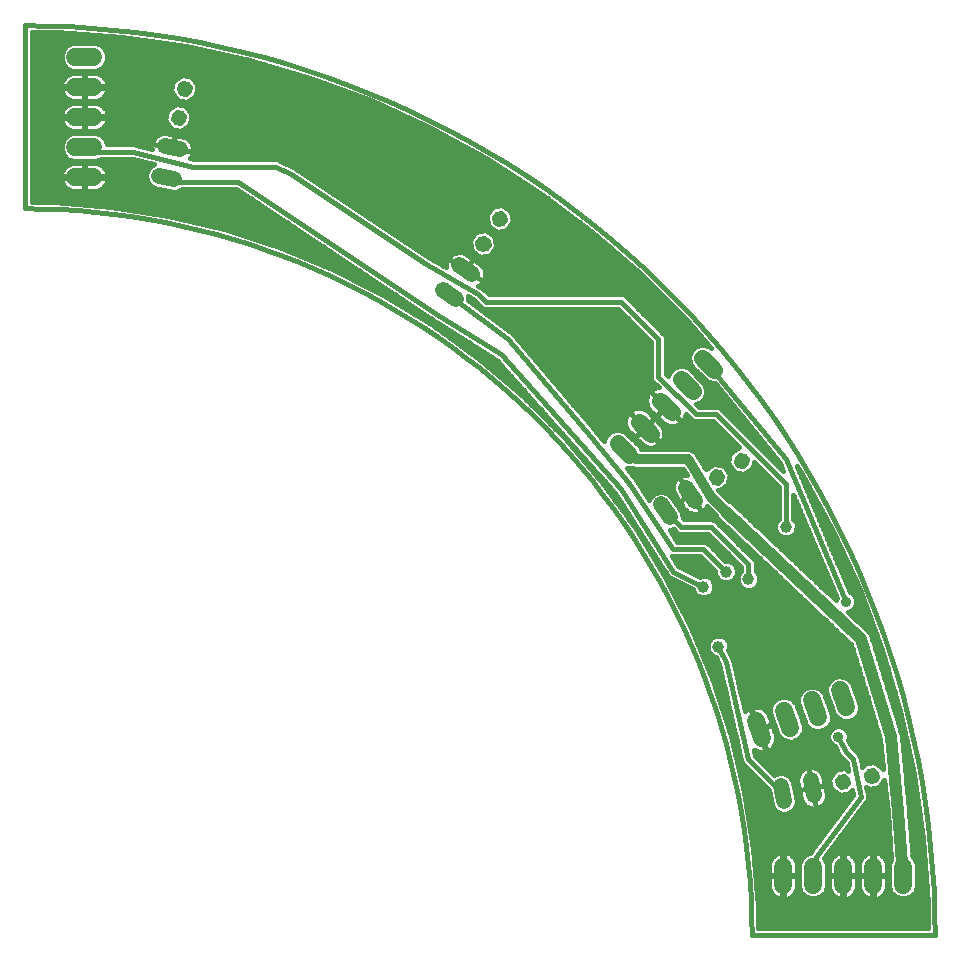
<source format=gbl>
G75*
%MOIN*%
%OFA0B0*%
%FSLAX25Y25*%
%IPPOS*%
%LPD*%
%AMOC8*
5,1,8,0,0,1.08239X$1,22.5*
%
%ADD10C,0.01600*%
%ADD11C,0.01040*%
%ADD12C,0.05200*%
%ADD13C,0.06000*%
%ADD14C,0.05600*%
%ADD15C,0.25400*%
%ADD16C,0.04000*%
%ADD17C,0.03200*%
%ADD18C,0.03962*%
%ADD19C,0.03569*%
D10*
X0050737Y0333847D02*
X0058061Y0333758D01*
X0065381Y0333493D01*
X0072693Y0333051D01*
X0079991Y0332432D01*
X0087273Y0331637D01*
X0094533Y0330666D01*
X0101768Y0329520D01*
X0108973Y0328200D01*
X0116143Y0326706D01*
X0123276Y0325039D01*
X0130366Y0323200D01*
X0137410Y0321191D01*
X0144403Y0319012D01*
X0151342Y0316664D01*
X0158221Y0314150D01*
X0165038Y0311470D01*
X0171788Y0308626D01*
X0178468Y0305620D01*
X0185073Y0302453D01*
X0191599Y0299128D01*
X0198043Y0295645D01*
X0204402Y0292009D01*
X0210670Y0288219D01*
X0216845Y0284279D01*
X0222923Y0280192D01*
X0228901Y0275958D01*
X0234774Y0271581D01*
X0240540Y0267064D01*
X0246195Y0262409D01*
X0251736Y0257618D01*
X0257160Y0252695D01*
X0262463Y0247642D01*
X0267642Y0242463D01*
X0272695Y0237160D01*
X0277618Y0231736D01*
X0282409Y0226195D01*
X0287064Y0220540D01*
X0291581Y0214774D01*
X0295958Y0208901D01*
X0300192Y0202923D01*
X0304279Y0196845D01*
X0308219Y0190670D01*
X0312009Y0184402D01*
X0315645Y0178043D01*
X0319128Y0171599D01*
X0322453Y0165073D01*
X0325620Y0158468D01*
X0328626Y0151788D01*
X0331470Y0145038D01*
X0334150Y0138221D01*
X0336664Y0131342D01*
X0339012Y0124403D01*
X0341191Y0117410D01*
X0343200Y0110366D01*
X0345039Y0103276D01*
X0346706Y0096143D01*
X0348200Y0088973D01*
X0349520Y0081768D01*
X0350666Y0074533D01*
X0351637Y0067273D01*
X0352432Y0059991D01*
X0353051Y0052693D01*
X0353493Y0045381D01*
X0353758Y0038061D01*
X0353847Y0030737D01*
X0292824Y0030737D01*
X0294924Y0032837D02*
X0294924Y0040331D01*
X0293418Y0059460D01*
X0290416Y0078412D01*
X0285937Y0097070D01*
X0280008Y0115319D01*
X0272665Y0133047D01*
X0263953Y0150144D01*
X0253927Y0166504D01*
X0242649Y0182028D01*
X0230187Y0196619D01*
X0216619Y0210187D01*
X0216619Y0210187D01*
X0202028Y0222649D01*
X0186504Y0233927D01*
X0170144Y0243953D01*
X0170144Y0243953D01*
X0153047Y0252665D01*
X0135319Y0260008D01*
X0117070Y0265937D01*
X0098412Y0270416D01*
X0079460Y0273418D01*
X0060331Y0274924D01*
X0052837Y0274924D01*
X0052837Y0331710D01*
X0061481Y0331555D01*
X0082914Y0330023D01*
X0104182Y0326965D01*
X0125179Y0322397D01*
X0145796Y0316343D01*
X0165929Y0308834D01*
X0185474Y0299908D01*
X0204334Y0289610D01*
X0222410Y0277993D01*
X0239612Y0265116D01*
X0255851Y0251045D01*
X0271045Y0235851D01*
X0279410Y0226197D01*
X0278955Y0226652D01*
X0277337Y0227322D01*
X0275587Y0227322D01*
X0273970Y0226652D01*
X0272732Y0225414D01*
X0272062Y0223797D01*
X0272062Y0222047D01*
X0272732Y0220430D01*
X0277930Y0215232D01*
X0279547Y0214562D01*
X0280530Y0214562D01*
X0302223Y0188049D01*
X0303412Y0185224D01*
X0282977Y0205659D01*
X0282977Y0205659D01*
X0282302Y0206335D01*
X0281420Y0206700D01*
X0275294Y0206700D01*
X0274422Y0207572D01*
X0275843Y0208161D01*
X0277081Y0209399D01*
X0277751Y0211016D01*
X0277751Y0212766D01*
X0277081Y0214384D01*
X0271884Y0219581D01*
X0270266Y0220251D01*
X0268516Y0220251D01*
X0266899Y0219581D01*
X0265661Y0218343D01*
X0265072Y0216922D01*
X0264200Y0217794D01*
X0264200Y0229777D01*
X0263835Y0230659D01*
X0251335Y0243159D01*
X0250659Y0243835D01*
X0249777Y0244200D01*
X0205294Y0244200D01*
X0203604Y0245890D01*
X0203405Y0246147D01*
X0203270Y0246224D01*
X0203159Y0246335D01*
X0202859Y0246459D01*
X0201742Y0247097D01*
X0202185Y0247346D01*
X0202728Y0247775D01*
X0203198Y0248284D01*
X0203390Y0248572D01*
X0203582Y0248860D01*
X0203872Y0249489D01*
X0204059Y0250156D01*
X0204140Y0250844D01*
X0204112Y0251536D01*
X0203976Y0252215D01*
X0203736Y0252865D01*
X0203397Y0253469D01*
X0202968Y0254012D01*
X0202459Y0254482D01*
X0200008Y0256116D01*
X0197566Y0252456D01*
X0191743Y0256340D01*
X0197566Y0252456D01*
X0197566Y0252456D01*
X0200008Y0256116D01*
X0197556Y0257751D01*
X0196927Y0258041D01*
X0196261Y0258228D01*
X0195573Y0258309D01*
X0194881Y0258281D01*
X0194202Y0258145D01*
X0193552Y0257905D01*
X0192948Y0257566D01*
X0192404Y0257137D01*
X0191935Y0256628D01*
X0191743Y0256340D01*
X0191551Y0256052D01*
X0191261Y0255422D01*
X0191074Y0254756D01*
X0190993Y0254068D01*
X0191021Y0253376D01*
X0191055Y0253204D01*
X0185562Y0256343D01*
X0140901Y0286117D01*
X0140800Y0286233D01*
X0140507Y0286380D01*
X0140234Y0286562D01*
X0140084Y0286591D01*
X0135722Y0288772D01*
X0135659Y0288835D01*
X0135297Y0288985D01*
X0134946Y0289160D01*
X0134859Y0289166D01*
X0134777Y0289200D01*
X0134385Y0289200D01*
X0133994Y0289228D01*
X0133911Y0289200D01*
X0107095Y0289200D01*
X0105599Y0289574D01*
X0105965Y0290038D01*
X0106304Y0290642D01*
X0106545Y0291291D01*
X0106613Y0291631D01*
X0106680Y0291970D01*
X0106708Y0292662D01*
X0106627Y0293350D01*
X0106440Y0294017D01*
X0106151Y0294646D01*
X0105766Y0295222D01*
X0105297Y0295731D01*
X0104753Y0296160D01*
X0104149Y0296499D01*
X0103500Y0296740D01*
X0100610Y0297317D01*
X0097721Y0297894D01*
X0097029Y0297922D01*
X0096341Y0297841D01*
X0095675Y0297654D01*
X0095045Y0297364D01*
X0094469Y0296980D01*
X0093960Y0296510D01*
X0093531Y0295967D01*
X0093192Y0295363D01*
X0092952Y0294713D01*
X0092884Y0294374D01*
X0099748Y0293002D01*
X0092884Y0294374D01*
X0092816Y0294034D01*
X0092788Y0293342D01*
X0092857Y0292760D01*
X0087554Y0294085D01*
X0087277Y0294200D01*
X0087095Y0294200D01*
X0086919Y0294244D01*
X0086622Y0294200D01*
X0078022Y0294200D01*
X0078022Y0294250D01*
X0077322Y0295941D01*
X0076028Y0297235D01*
X0074337Y0297935D01*
X0066507Y0297935D01*
X0064816Y0297235D01*
X0063522Y0295941D01*
X0062822Y0294250D01*
X0062822Y0292420D01*
X0063522Y0290730D01*
X0064816Y0289436D01*
X0066507Y0288735D01*
X0074337Y0288735D01*
X0075941Y0289400D01*
X0086505Y0289400D01*
X0093562Y0287636D01*
X0092214Y0286736D01*
X0091284Y0285348D01*
X0090957Y0283709D01*
X0091281Y0282070D01*
X0092209Y0280680D01*
X0093597Y0279751D01*
X0100335Y0278404D01*
X0101974Y0278729D01*
X0102980Y0279400D01*
X0121073Y0279400D01*
X0187602Y0235048D01*
X0187623Y0235018D01*
X0187998Y0234784D01*
X0188366Y0234538D01*
X0188402Y0234531D01*
X0207735Y0222448D01*
X0247378Y0177849D01*
X0264617Y0150761D01*
X0264674Y0150588D01*
X0264871Y0150362D01*
X0265032Y0150109D01*
X0265180Y0150004D01*
X0265300Y0149867D01*
X0265568Y0149733D01*
X0265813Y0149561D01*
X0265991Y0149521D01*
X0273313Y0145860D01*
X0273764Y0144771D01*
X0274771Y0143764D01*
X0276088Y0143219D01*
X0277512Y0143219D01*
X0278829Y0143764D01*
X0279836Y0144771D01*
X0280381Y0146088D01*
X0280381Y0147512D01*
X0279836Y0148829D01*
X0278829Y0149836D01*
X0277512Y0150381D01*
X0276088Y0150381D01*
X0275495Y0150136D01*
X0268468Y0153649D01*
X0266399Y0156900D01*
X0266562Y0156900D01*
X0266797Y0156853D01*
X0267035Y0156900D01*
X0275806Y0156900D01*
X0280719Y0151987D01*
X0280719Y0151088D01*
X0281264Y0149771D01*
X0282271Y0148764D01*
X0283588Y0148219D01*
X0285012Y0148219D01*
X0286329Y0148764D01*
X0287336Y0149771D01*
X0287881Y0151088D01*
X0287881Y0152512D01*
X0287336Y0153829D01*
X0286329Y0154836D01*
X0285012Y0155381D01*
X0284113Y0155381D01*
X0278835Y0160659D01*
X0278159Y0161335D01*
X0277277Y0161700D01*
X0268084Y0161700D01*
X0265493Y0165587D01*
X0265591Y0165568D01*
X0266924Y0165834D01*
X0267992Y0164765D01*
X0268874Y0164400D01*
X0278306Y0164400D01*
X0289400Y0153306D01*
X0289400Y0151964D01*
X0288764Y0151329D01*
X0288219Y0150012D01*
X0288219Y0148588D01*
X0288764Y0147271D01*
X0289771Y0146264D01*
X0291088Y0145719D01*
X0292512Y0145719D01*
X0293829Y0146264D01*
X0294836Y0147271D01*
X0295381Y0148588D01*
X0295381Y0150012D01*
X0294836Y0151329D01*
X0294200Y0151964D01*
X0294200Y0154777D01*
X0293835Y0155659D01*
X0281335Y0168159D01*
X0280659Y0168835D01*
X0279777Y0169200D01*
X0270346Y0169200D01*
X0269840Y0169705D01*
X0269870Y0169854D01*
X0269542Y0171492D01*
X0265720Y0177202D01*
X0264330Y0178129D01*
X0262691Y0178453D01*
X0261053Y0178126D01*
X0259664Y0177197D01*
X0258737Y0175807D01*
X0258724Y0175741D01*
X0253989Y0182844D01*
X0253949Y0182970D01*
X0253726Y0183238D01*
X0253532Y0183528D01*
X0253423Y0183602D01*
X0251155Y0186322D01*
X0251263Y0186278D01*
X0253013Y0186278D01*
X0253106Y0186316D01*
X0253230Y0186280D01*
X0253663Y0186100D01*
X0253835Y0186100D01*
X0254000Y0186051D01*
X0254467Y0186100D01*
X0269988Y0186100D01*
X0271170Y0184131D01*
X0270828Y0184144D01*
X0270140Y0184062D01*
X0269473Y0183874D01*
X0268845Y0183583D01*
X0268557Y0183391D01*
X0272451Y0177574D01*
X0272451Y0177574D01*
X0268557Y0183390D01*
X0268269Y0183198D01*
X0267761Y0182727D01*
X0267333Y0182183D01*
X0266995Y0181578D01*
X0266756Y0180928D01*
X0266621Y0180249D01*
X0266595Y0179557D01*
X0266677Y0178869D01*
X0266865Y0178203D01*
X0267156Y0177574D01*
X0268795Y0175126D01*
X0270434Y0172678D01*
X0270904Y0172169D01*
X0271448Y0171741D01*
X0272053Y0171403D01*
X0272703Y0171164D01*
X0273382Y0171030D01*
X0274074Y0171003D01*
X0274762Y0171085D01*
X0275429Y0171274D01*
X0276057Y0171564D01*
X0276345Y0171757D01*
X0276633Y0171949D01*
X0277141Y0172420D01*
X0277569Y0172964D01*
X0277907Y0173569D01*
X0277934Y0173641D01*
X0280827Y0170748D01*
X0281308Y0169674D01*
X0326138Y0127334D01*
X0335754Y0096084D01*
X0336772Y0085898D01*
X0336701Y0086254D01*
X0333807Y0088184D01*
X0330395Y0087502D01*
X0329789Y0086594D01*
X0329200Y0089538D01*
X0329200Y0089777D01*
X0329107Y0090001D01*
X0329060Y0090239D01*
X0328926Y0090438D01*
X0328835Y0090659D01*
X0328663Y0090831D01*
X0328528Y0091032D01*
X0328329Y0091165D01*
X0326272Y0093222D01*
X0325019Y0095728D01*
X0325184Y0096127D01*
X0325184Y0097473D01*
X0324669Y0098717D01*
X0323717Y0099669D01*
X0322473Y0100184D01*
X0321127Y0100184D01*
X0319883Y0099669D01*
X0318931Y0098717D01*
X0318416Y0097473D01*
X0318416Y0096127D01*
X0318931Y0094883D01*
X0319883Y0093931D01*
X0320726Y0093582D01*
X0322115Y0090803D01*
X0322265Y0090441D01*
X0322328Y0090378D01*
X0322367Y0090300D01*
X0322663Y0090043D01*
X0324589Y0088117D01*
X0325116Y0085480D01*
X0324000Y0086225D01*
X0320588Y0085543D01*
X0318658Y0082648D01*
X0319340Y0079236D01*
X0322234Y0077306D01*
X0325646Y0077987D01*
X0326392Y0079105D01*
X0326736Y0077382D01*
X0312592Y0058522D01*
X0312492Y0058448D01*
X0312307Y0058143D01*
X0312125Y0057900D01*
X0310730Y0057322D01*
X0309436Y0056028D01*
X0308735Y0054337D01*
X0308735Y0046507D01*
X0309436Y0044816D01*
X0310730Y0043522D01*
X0312420Y0042822D01*
X0314250Y0042822D01*
X0315941Y0043522D01*
X0317235Y0044816D01*
X0317935Y0046507D01*
X0317935Y0054337D01*
X0317235Y0056028D01*
X0316941Y0056322D01*
X0330975Y0075033D01*
X0331032Y0075072D01*
X0331260Y0075413D01*
X0331506Y0075742D01*
X0331524Y0075809D01*
X0331562Y0075866D01*
X0331641Y0076269D01*
X0331743Y0076667D01*
X0331734Y0076735D01*
X0331747Y0076803D01*
X0331666Y0077205D01*
X0331608Y0077612D01*
X0331573Y0077671D01*
X0331134Y0079870D01*
X0332041Y0079265D01*
X0335452Y0079947D01*
X0337118Y0082444D01*
X0338213Y0071492D01*
X0339340Y0055797D01*
X0338735Y0054337D01*
X0338735Y0046507D01*
X0339436Y0044816D01*
X0340730Y0043522D01*
X0342420Y0042822D01*
X0344250Y0042822D01*
X0345941Y0043522D01*
X0347235Y0044816D01*
X0347935Y0046507D01*
X0347935Y0054337D01*
X0347235Y0056028D01*
X0346488Y0056774D01*
X0345438Y0071396D01*
X0345453Y0071446D01*
X0345387Y0072108D01*
X0345339Y0072772D01*
X0345316Y0072819D01*
X0342917Y0096810D01*
X0342951Y0097174D01*
X0342846Y0097516D01*
X0342811Y0097871D01*
X0342638Y0098193D01*
X0332885Y0129891D01*
X0332878Y0130119D01*
X0332676Y0130570D01*
X0332530Y0131043D01*
X0332385Y0131218D01*
X0332292Y0131426D01*
X0331933Y0131765D01*
X0331617Y0132147D01*
X0331416Y0132253D01*
X0324891Y0138416D01*
X0324973Y0138416D01*
X0326217Y0138931D01*
X0327169Y0139883D01*
X0327684Y0141127D01*
X0327684Y0142473D01*
X0327169Y0143717D01*
X0326217Y0144669D01*
X0325586Y0144930D01*
X0307827Y0187108D01*
X0309610Y0184334D01*
X0319908Y0165474D01*
X0328834Y0145929D01*
X0336343Y0125796D01*
X0342397Y0105179D01*
X0346965Y0084182D01*
X0350023Y0062914D01*
X0351555Y0041481D01*
X0351710Y0032837D01*
X0294924Y0032837D01*
X0294924Y0033194D02*
X0351703Y0033194D01*
X0351675Y0034793D02*
X0294924Y0034793D01*
X0294924Y0036391D02*
X0351646Y0036391D01*
X0351618Y0037990D02*
X0294924Y0037990D01*
X0294924Y0039588D02*
X0351589Y0039588D01*
X0351561Y0041187D02*
X0294856Y0041187D01*
X0294730Y0042785D02*
X0302073Y0042785D01*
X0302211Y0042740D02*
X0302958Y0042622D01*
X0303135Y0042622D01*
X0303135Y0050222D01*
X0298535Y0050222D01*
X0298535Y0047044D01*
X0298654Y0046298D01*
X0298887Y0045579D01*
X0299230Y0044906D01*
X0299674Y0044295D01*
X0300208Y0043761D01*
X0300820Y0043317D01*
X0301493Y0042974D01*
X0302211Y0042740D01*
X0303135Y0042785D02*
X0303535Y0042785D01*
X0303535Y0042622D02*
X0303713Y0042622D01*
X0304459Y0042740D01*
X0305178Y0042974D01*
X0305851Y0043317D01*
X0306462Y0043761D01*
X0306997Y0044295D01*
X0307441Y0044906D01*
X0307784Y0045579D01*
X0308017Y0046298D01*
X0308135Y0047044D01*
X0308135Y0050222D01*
X0303536Y0050222D01*
X0303536Y0050622D01*
X0308135Y0050622D01*
X0308135Y0053800D01*
X0308017Y0054546D01*
X0307784Y0055265D01*
X0307441Y0055938D01*
X0306997Y0056549D01*
X0306462Y0057083D01*
X0305851Y0057527D01*
X0305178Y0057870D01*
X0304459Y0058104D01*
X0303713Y0058222D01*
X0303535Y0058222D01*
X0303535Y0050622D01*
X0303135Y0050622D01*
X0303135Y0050222D01*
X0303535Y0050222D01*
X0303535Y0042622D01*
X0304598Y0042785D02*
X0322073Y0042785D01*
X0322211Y0042740D02*
X0322958Y0042622D01*
X0323135Y0042622D01*
X0323135Y0050222D01*
X0318535Y0050222D01*
X0318535Y0047044D01*
X0318654Y0046298D01*
X0318887Y0045579D01*
X0319230Y0044906D01*
X0319674Y0044295D01*
X0320208Y0043761D01*
X0320820Y0043317D01*
X0321493Y0042974D01*
X0322211Y0042740D01*
X0323135Y0042785D02*
X0323535Y0042785D01*
X0323535Y0042622D02*
X0323713Y0042622D01*
X0324459Y0042740D01*
X0325178Y0042974D01*
X0325851Y0043317D01*
X0326462Y0043761D01*
X0326997Y0044295D01*
X0327441Y0044906D01*
X0327784Y0045579D01*
X0328017Y0046298D01*
X0328135Y0047044D01*
X0328135Y0050222D01*
X0323536Y0050222D01*
X0323536Y0050622D01*
X0328135Y0050622D01*
X0328135Y0053800D01*
X0328017Y0054546D01*
X0327784Y0055265D01*
X0327441Y0055938D01*
X0326997Y0056549D01*
X0326462Y0057083D01*
X0325851Y0057527D01*
X0325178Y0057870D01*
X0324459Y0058104D01*
X0323713Y0058222D01*
X0323535Y0058222D01*
X0323535Y0050622D01*
X0323135Y0050622D01*
X0323135Y0050222D01*
X0323535Y0050222D01*
X0323535Y0042622D01*
X0324598Y0042785D02*
X0332073Y0042785D01*
X0332211Y0042740D02*
X0332958Y0042622D01*
X0333135Y0042622D01*
X0333135Y0050222D01*
X0328535Y0050222D01*
X0328535Y0047044D01*
X0328654Y0046298D01*
X0328887Y0045579D01*
X0329230Y0044906D01*
X0329674Y0044295D01*
X0330208Y0043761D01*
X0330820Y0043317D01*
X0331493Y0042974D01*
X0332211Y0042740D01*
X0333135Y0042785D02*
X0333535Y0042785D01*
X0333535Y0042622D02*
X0333713Y0042622D01*
X0334459Y0042740D01*
X0335178Y0042974D01*
X0335851Y0043317D01*
X0336462Y0043761D01*
X0336997Y0044295D01*
X0337441Y0044906D01*
X0337784Y0045579D01*
X0338017Y0046298D01*
X0338135Y0047044D01*
X0338135Y0050222D01*
X0333536Y0050222D01*
X0333536Y0050622D01*
X0338135Y0050622D01*
X0338135Y0053800D01*
X0338017Y0054546D01*
X0337784Y0055265D01*
X0337441Y0055938D01*
X0336997Y0056549D01*
X0336462Y0057083D01*
X0335851Y0057527D01*
X0335178Y0057870D01*
X0334459Y0058104D01*
X0333713Y0058222D01*
X0333535Y0058222D01*
X0333535Y0050622D01*
X0333135Y0050622D01*
X0333135Y0050222D01*
X0333535Y0050222D01*
X0333535Y0042622D01*
X0334598Y0042785D02*
X0351462Y0042785D01*
X0351348Y0044384D02*
X0346802Y0044384D01*
X0347718Y0045982D02*
X0351234Y0045982D01*
X0351119Y0047581D02*
X0347935Y0047581D01*
X0347935Y0049179D02*
X0351005Y0049179D01*
X0350891Y0050778D02*
X0347935Y0050778D01*
X0347935Y0052376D02*
X0350776Y0052376D01*
X0350662Y0053975D02*
X0347935Y0053975D01*
X0347423Y0055573D02*
X0350548Y0055573D01*
X0350433Y0057172D02*
X0346460Y0057172D01*
X0346345Y0058770D02*
X0350319Y0058770D01*
X0350205Y0060369D02*
X0346230Y0060369D01*
X0346115Y0061967D02*
X0350090Y0061967D01*
X0349929Y0063566D02*
X0346001Y0063566D01*
X0345886Y0065164D02*
X0349699Y0065164D01*
X0349469Y0066763D02*
X0345771Y0066763D01*
X0345656Y0068361D02*
X0349239Y0068361D01*
X0349009Y0069960D02*
X0345541Y0069960D01*
X0345442Y0071558D02*
X0348780Y0071558D01*
X0348550Y0073157D02*
X0345282Y0073157D01*
X0345122Y0074755D02*
X0348320Y0074755D01*
X0348090Y0076354D02*
X0344963Y0076354D01*
X0344803Y0077952D02*
X0347860Y0077952D01*
X0347630Y0079551D02*
X0344643Y0079551D01*
X0344483Y0081149D02*
X0347401Y0081149D01*
X0347171Y0082748D02*
X0344323Y0082748D01*
X0344163Y0084346D02*
X0346929Y0084346D01*
X0346581Y0085945D02*
X0344003Y0085945D01*
X0343844Y0087543D02*
X0346233Y0087543D01*
X0345886Y0089142D02*
X0343684Y0089142D01*
X0343524Y0090740D02*
X0345538Y0090740D01*
X0345190Y0092339D02*
X0343364Y0092339D01*
X0343204Y0093937D02*
X0344842Y0093937D01*
X0344495Y0095536D02*
X0343044Y0095536D01*
X0342948Y0097134D02*
X0344147Y0097134D01*
X0343799Y0098733D02*
X0342472Y0098733D01*
X0341980Y0100332D02*
X0343452Y0100332D01*
X0343104Y0101930D02*
X0341488Y0101930D01*
X0340996Y0103529D02*
X0342756Y0103529D01*
X0342408Y0105127D02*
X0340504Y0105127D01*
X0340013Y0106726D02*
X0341943Y0106726D01*
X0341474Y0108324D02*
X0339521Y0108324D01*
X0339029Y0109923D02*
X0341004Y0109923D01*
X0340535Y0111521D02*
X0338537Y0111521D01*
X0338045Y0113120D02*
X0340065Y0113120D01*
X0339596Y0114718D02*
X0337553Y0114718D01*
X0337061Y0116317D02*
X0339127Y0116317D01*
X0338657Y0117915D02*
X0336570Y0117915D01*
X0336078Y0119514D02*
X0338188Y0119514D01*
X0337719Y0121112D02*
X0335586Y0121112D01*
X0335094Y0122711D02*
X0337249Y0122711D01*
X0336780Y0124309D02*
X0334602Y0124309D01*
X0334110Y0125908D02*
X0336302Y0125908D01*
X0335705Y0127506D02*
X0333618Y0127506D01*
X0333127Y0129105D02*
X0335109Y0129105D01*
X0334513Y0130703D02*
X0332635Y0130703D01*
X0331365Y0132302D02*
X0333917Y0132302D01*
X0333321Y0133900D02*
X0329672Y0133900D01*
X0327980Y0135499D02*
X0332724Y0135499D01*
X0332128Y0137097D02*
X0326287Y0137097D01*
X0325649Y0138696D02*
X0331532Y0138696D01*
X0330936Y0140294D02*
X0327339Y0140294D01*
X0327684Y0141893D02*
X0330339Y0141893D01*
X0329743Y0143491D02*
X0327263Y0143491D01*
X0325519Y0145090D02*
X0329147Y0145090D01*
X0328487Y0146688D02*
X0324846Y0146688D01*
X0324173Y0148287D02*
X0327757Y0148287D01*
X0327027Y0149885D02*
X0323500Y0149885D01*
X0322827Y0151484D02*
X0326297Y0151484D01*
X0325567Y0153082D02*
X0322154Y0153082D01*
X0321481Y0154681D02*
X0324837Y0154681D01*
X0324107Y0156279D02*
X0320807Y0156279D01*
X0320134Y0157878D02*
X0323377Y0157878D01*
X0322647Y0159476D02*
X0319461Y0159476D01*
X0318788Y0161075D02*
X0321917Y0161075D01*
X0321187Y0162673D02*
X0318115Y0162673D01*
X0317442Y0164272D02*
X0320457Y0164272D01*
X0319692Y0165870D02*
X0316769Y0165870D01*
X0316096Y0167469D02*
X0318819Y0167469D01*
X0317946Y0169068D02*
X0315423Y0169068D01*
X0314750Y0170666D02*
X0317073Y0170666D01*
X0316200Y0172265D02*
X0314077Y0172265D01*
X0313404Y0173863D02*
X0315327Y0173863D01*
X0314455Y0175462D02*
X0312731Y0175462D01*
X0312058Y0177060D02*
X0313582Y0177060D01*
X0312709Y0178659D02*
X0311385Y0178659D01*
X0311836Y0180257D02*
X0310712Y0180257D01*
X0310963Y0181856D02*
X0310039Y0181856D01*
X0310090Y0183454D02*
X0309365Y0183454D01*
X0309148Y0185053D02*
X0308692Y0185053D01*
X0308121Y0186651D02*
X0308019Y0186651D01*
X0304300Y0189300D02*
X0281800Y0216800D01*
X0278442Y0220942D01*
X0274540Y0218621D02*
X0272843Y0218621D01*
X0272942Y0220220D02*
X0270341Y0220220D01*
X0268441Y0220220D02*
X0264200Y0220220D01*
X0264200Y0221818D02*
X0272157Y0221818D01*
X0272062Y0223417D02*
X0264200Y0223417D01*
X0264200Y0225015D02*
X0272567Y0225015D01*
X0273932Y0226614D02*
X0264200Y0226614D01*
X0264200Y0228212D02*
X0277663Y0228212D01*
X0278993Y0226614D02*
X0279049Y0226614D01*
X0276278Y0229811D02*
X0264186Y0229811D01*
X0263085Y0231409D02*
X0274893Y0231409D01*
X0273508Y0233008D02*
X0261486Y0233008D01*
X0259888Y0234606D02*
X0272123Y0234606D01*
X0270691Y0236205D02*
X0258289Y0236205D01*
X0256691Y0237803D02*
X0269092Y0237803D01*
X0267494Y0239402D02*
X0255092Y0239402D01*
X0253494Y0241001D02*
X0265895Y0241001D01*
X0264297Y0242599D02*
X0251895Y0242599D01*
X0249783Y0244198D02*
X0262698Y0244198D01*
X0261099Y0245796D02*
X0203698Y0245796D01*
X0202247Y0247395D02*
X0259501Y0247395D01*
X0257902Y0248993D02*
X0203643Y0248993D01*
X0203390Y0248572D02*
X0197566Y0252456D01*
X0197566Y0252456D01*
X0197566Y0252456D01*
X0203390Y0248572D01*
X0202759Y0248993D02*
X0202758Y0248993D01*
X0204110Y0250592D02*
X0256304Y0250592D01*
X0254529Y0252190D02*
X0203981Y0252190D01*
X0203144Y0253789D02*
X0252684Y0253789D01*
X0250839Y0255387D02*
X0201101Y0255387D01*
X0199521Y0255387D02*
X0199521Y0255387D01*
X0198704Y0256986D02*
X0201865Y0256986D01*
X0202434Y0256606D02*
X0205846Y0257288D01*
X0207777Y0260182D01*
X0207095Y0263594D01*
X0204200Y0265525D01*
X0200788Y0264843D01*
X0198858Y0261948D01*
X0199539Y0258536D01*
X0202434Y0256606D01*
X0204334Y0256986D02*
X0248995Y0256986D01*
X0247150Y0258584D02*
X0206711Y0258584D01*
X0207777Y0260183D02*
X0245305Y0260183D01*
X0243460Y0261781D02*
X0207457Y0261781D01*
X0207138Y0263380D02*
X0241616Y0263380D01*
X0239771Y0264978D02*
X0208246Y0264978D01*
X0207983Y0264926D02*
X0211395Y0265607D01*
X0213325Y0268502D01*
X0212643Y0271914D01*
X0209749Y0273844D01*
X0206337Y0273163D01*
X0204406Y0270268D01*
X0205088Y0266856D01*
X0207983Y0264926D01*
X0207904Y0264978D02*
X0205020Y0264978D01*
X0205507Y0266577D02*
X0170212Y0266577D01*
X0172609Y0264978D02*
X0201464Y0264978D01*
X0199812Y0263380D02*
X0175007Y0263380D01*
X0177405Y0261781D02*
X0198891Y0261781D01*
X0199210Y0260183D02*
X0179803Y0260183D01*
X0182200Y0258584D02*
X0199530Y0258584D01*
X0198455Y0253789D02*
X0198455Y0253789D01*
X0197965Y0252190D02*
X0197965Y0252190D01*
X0200362Y0250592D02*
X0200362Y0250592D01*
X0195568Y0253789D02*
X0195568Y0253789D01*
X0193171Y0255387D02*
X0193171Y0255387D01*
X0192265Y0256986D02*
X0184598Y0256986D01*
X0184300Y0254300D02*
X0139300Y0284300D01*
X0134300Y0286800D01*
X0106800Y0286800D01*
X0086800Y0291800D01*
X0074300Y0291800D01*
X0070422Y0293335D01*
X0070222Y0288135D02*
X0067044Y0288135D01*
X0066298Y0288017D01*
X0065579Y0287784D01*
X0064906Y0287441D01*
X0064295Y0286997D01*
X0063761Y0286462D01*
X0063317Y0285851D01*
X0062974Y0285178D01*
X0062740Y0284459D01*
X0062622Y0283713D01*
X0062622Y0283535D01*
X0070222Y0283535D01*
X0070222Y0283135D01*
X0070622Y0283135D01*
X0070622Y0278535D01*
X0073800Y0278535D01*
X0074546Y0278654D01*
X0075265Y0278887D01*
X0075938Y0279230D01*
X0076549Y0279674D01*
X0077083Y0280208D01*
X0077527Y0280820D01*
X0077870Y0281493D01*
X0078104Y0282211D01*
X0078222Y0282958D01*
X0078222Y0283135D01*
X0070622Y0283135D01*
X0070622Y0283535D01*
X0078222Y0283535D01*
X0078222Y0283713D01*
X0078104Y0284459D01*
X0077870Y0285178D01*
X0077527Y0285851D01*
X0077083Y0286462D01*
X0076549Y0286997D01*
X0075938Y0287441D01*
X0075265Y0287784D01*
X0074546Y0288017D01*
X0073800Y0288135D01*
X0070622Y0288135D01*
X0070622Y0283536D01*
X0070222Y0283536D01*
X0070222Y0288135D01*
X0070222Y0287357D02*
X0070622Y0287357D01*
X0070622Y0285759D02*
X0070222Y0285759D01*
X0070222Y0284160D02*
X0070622Y0284160D01*
X0070222Y0283135D02*
X0062622Y0283135D01*
X0062622Y0282958D01*
X0062740Y0282211D01*
X0062974Y0281493D01*
X0063317Y0280820D01*
X0063761Y0280208D01*
X0064295Y0279674D01*
X0064906Y0279230D01*
X0065579Y0278887D01*
X0066298Y0278654D01*
X0067044Y0278535D01*
X0070222Y0278535D01*
X0070222Y0283135D01*
X0070222Y0282562D02*
X0070622Y0282562D01*
X0070622Y0280963D02*
X0070222Y0280963D01*
X0070222Y0279365D02*
X0070622Y0279365D01*
X0076123Y0279365D02*
X0095528Y0279365D01*
X0092020Y0280963D02*
X0077601Y0280963D01*
X0078159Y0282562D02*
X0091184Y0282562D01*
X0091047Y0284160D02*
X0078151Y0284160D01*
X0077574Y0285759D02*
X0091559Y0285759D01*
X0093145Y0287357D02*
X0076053Y0287357D01*
X0074869Y0288956D02*
X0088281Y0288956D01*
X0088890Y0293751D02*
X0092805Y0293751D01*
X0093187Y0295350D02*
X0077567Y0295350D01*
X0076314Y0296948D02*
X0094435Y0296948D01*
X0095999Y0293751D02*
X0096000Y0293751D01*
X0099748Y0293002D02*
X0099748Y0293002D01*
X0099748Y0293002D01*
X0106613Y0291631D01*
X0099748Y0293002D01*
X0100610Y0297317D01*
X0099748Y0293002D01*
X0099748Y0293002D01*
X0099898Y0293751D02*
X0099898Y0293751D01*
X0100217Y0295350D02*
X0100217Y0295350D01*
X0100537Y0296948D02*
X0100537Y0296948D01*
X0102455Y0296948D02*
X0190894Y0296948D01*
X0187967Y0298547D02*
X0073872Y0298547D01*
X0073800Y0298535D02*
X0074546Y0298654D01*
X0075265Y0298887D01*
X0075938Y0299230D01*
X0076549Y0299674D01*
X0077083Y0300208D01*
X0077527Y0300820D01*
X0077870Y0301493D01*
X0078104Y0302211D01*
X0078222Y0302958D01*
X0078222Y0303135D01*
X0070622Y0303135D01*
X0070622Y0298535D01*
X0073800Y0298535D01*
X0070622Y0298547D02*
X0070222Y0298547D01*
X0070222Y0298535D02*
X0070222Y0303135D01*
X0070622Y0303135D01*
X0070622Y0303535D01*
X0078222Y0303535D01*
X0078222Y0303713D01*
X0078104Y0304459D01*
X0077870Y0305178D01*
X0077527Y0305851D01*
X0077083Y0306462D01*
X0076549Y0306997D01*
X0075938Y0307441D01*
X0075265Y0307784D01*
X0074546Y0308017D01*
X0073800Y0308135D01*
X0070622Y0308135D01*
X0070622Y0303536D01*
X0070222Y0303536D01*
X0070222Y0308135D01*
X0067044Y0308135D01*
X0066298Y0308017D01*
X0065579Y0307784D01*
X0064906Y0307441D01*
X0064295Y0306997D01*
X0063761Y0306462D01*
X0063317Y0305851D01*
X0062974Y0305178D01*
X0062740Y0304459D01*
X0062622Y0303713D01*
X0062622Y0303535D01*
X0070222Y0303535D01*
X0070222Y0303135D01*
X0062622Y0303135D01*
X0062622Y0302958D01*
X0062740Y0302211D01*
X0062974Y0301493D01*
X0063317Y0300820D01*
X0063761Y0300208D01*
X0064295Y0299674D01*
X0064906Y0299230D01*
X0065579Y0298887D01*
X0066298Y0298654D01*
X0067044Y0298535D01*
X0070222Y0298535D01*
X0070222Y0300145D02*
X0070622Y0300145D01*
X0070622Y0301744D02*
X0070222Y0301744D01*
X0070222Y0303342D02*
X0052837Y0303342D01*
X0052837Y0301744D02*
X0062892Y0301744D01*
X0063824Y0300145D02*
X0052837Y0300145D01*
X0052837Y0298547D02*
X0066972Y0298547D01*
X0064530Y0296948D02*
X0052837Y0296948D01*
X0052837Y0295350D02*
X0063277Y0295350D01*
X0062822Y0293751D02*
X0052837Y0293751D01*
X0052837Y0292153D02*
X0062933Y0292153D01*
X0063698Y0290554D02*
X0052837Y0290554D01*
X0052837Y0288956D02*
X0065975Y0288956D01*
X0064792Y0287357D02*
X0052837Y0287357D01*
X0052837Y0285759D02*
X0063270Y0285759D01*
X0062693Y0284160D02*
X0052837Y0284160D01*
X0052837Y0282562D02*
X0062685Y0282562D01*
X0063244Y0280963D02*
X0052837Y0280963D01*
X0052837Y0279365D02*
X0064721Y0279365D01*
X0064834Y0274569D02*
X0128319Y0274569D01*
X0125922Y0276168D02*
X0052837Y0276168D01*
X0052837Y0277766D02*
X0123524Y0277766D01*
X0121126Y0279365D02*
X0102927Y0279365D01*
X0099185Y0281800D02*
X0097789Y0283196D01*
X0099185Y0281800D02*
X0121800Y0281800D01*
X0189300Y0236800D01*
X0209300Y0224300D01*
X0249300Y0179300D01*
X0266800Y0151800D01*
X0276800Y0146800D01*
X0278170Y0143491D02*
X0309031Y0143491D01*
X0310723Y0141893D02*
X0268157Y0141893D01*
X0267343Y0143491D02*
X0275430Y0143491D01*
X0273632Y0145090D02*
X0266528Y0145090D01*
X0265714Y0146688D02*
X0271657Y0146688D01*
X0268460Y0148287D02*
X0264899Y0148287D01*
X0265284Y0149885D02*
X0264085Y0149885D01*
X0264156Y0151484D02*
X0263132Y0151484D01*
X0263139Y0153082D02*
X0262152Y0153082D01*
X0262122Y0154681D02*
X0261173Y0154681D01*
X0261105Y0156279D02*
X0260193Y0156279D01*
X0260087Y0157878D02*
X0259214Y0157878D01*
X0259070Y0159476D02*
X0258234Y0159476D01*
X0258053Y0161075D02*
X0257255Y0161075D01*
X0257036Y0162673D02*
X0256275Y0162673D01*
X0256019Y0164272D02*
X0255295Y0164272D01*
X0255001Y0165870D02*
X0254316Y0165870D01*
X0253984Y0167469D02*
X0253227Y0167469D01*
X0252967Y0169068D02*
X0252065Y0169068D01*
X0251950Y0170666D02*
X0250904Y0170666D01*
X0250932Y0172265D02*
X0249742Y0172265D01*
X0249915Y0173863D02*
X0248581Y0173863D01*
X0248898Y0175462D02*
X0247420Y0175462D01*
X0247881Y0177060D02*
X0246258Y0177060D01*
X0246659Y0178659D02*
X0245097Y0178659D01*
X0245238Y0180257D02*
X0243936Y0180257D01*
X0243817Y0181856D02*
X0242774Y0181856D01*
X0242396Y0183454D02*
X0241431Y0183454D01*
X0240975Y0185053D02*
X0240066Y0185053D01*
X0239555Y0186651D02*
X0238700Y0186651D01*
X0238134Y0188250D02*
X0237335Y0188250D01*
X0236713Y0189848D02*
X0235970Y0189848D01*
X0235292Y0191447D02*
X0234605Y0191447D01*
X0233871Y0193045D02*
X0233239Y0193045D01*
X0232450Y0194644D02*
X0231874Y0194644D01*
X0231029Y0196242D02*
X0230509Y0196242D01*
X0229608Y0197841D02*
X0228965Y0197841D01*
X0228187Y0199439D02*
X0227367Y0199439D01*
X0226766Y0201038D02*
X0225768Y0201038D01*
X0225346Y0202636D02*
X0224170Y0202636D01*
X0223925Y0204235D02*
X0222571Y0204235D01*
X0222504Y0205833D02*
X0220973Y0205833D01*
X0221083Y0207432D02*
X0219374Y0207432D01*
X0219662Y0209030D02*
X0217776Y0209030D01*
X0216619Y0210187D02*
X0216619Y0210187D01*
X0216102Y0210629D02*
X0218241Y0210629D01*
X0216820Y0212227D02*
X0214230Y0212227D01*
X0215399Y0213826D02*
X0212359Y0213826D01*
X0213978Y0215424D02*
X0210487Y0215424D01*
X0208615Y0217023D02*
X0212557Y0217023D01*
X0211137Y0218621D02*
X0206744Y0218621D01*
X0204872Y0220220D02*
X0209716Y0220220D01*
X0208295Y0221818D02*
X0203000Y0221818D01*
X0202028Y0222649D02*
X0202028Y0222649D01*
X0200971Y0223417D02*
X0206185Y0223417D01*
X0203627Y0225015D02*
X0198771Y0225015D01*
X0196571Y0226614D02*
X0201069Y0226614D01*
X0198512Y0228212D02*
X0194370Y0228212D01*
X0195954Y0229811D02*
X0192170Y0229811D01*
X0193397Y0231409D02*
X0189970Y0231409D01*
X0190839Y0233008D02*
X0187770Y0233008D01*
X0186504Y0233927D02*
X0186504Y0233927D01*
X0185396Y0234606D02*
X0188264Y0234606D01*
X0185866Y0236205D02*
X0182788Y0236205D01*
X0183468Y0237803D02*
X0180179Y0237803D01*
X0181070Y0239402D02*
X0177571Y0239402D01*
X0178673Y0241001D02*
X0174962Y0241001D01*
X0176275Y0242599D02*
X0172354Y0242599D01*
X0173877Y0244198D02*
X0169664Y0244198D01*
X0171479Y0245796D02*
X0166527Y0245796D01*
X0169081Y0247395D02*
X0163390Y0247395D01*
X0164286Y0250592D02*
X0157115Y0250592D01*
X0153978Y0252190D02*
X0161888Y0252190D01*
X0159490Y0253789D02*
X0150333Y0253789D01*
X0153047Y0252665D02*
X0153047Y0252665D01*
X0154695Y0256986D02*
X0142615Y0256986D01*
X0138756Y0258584D02*
X0152297Y0258584D01*
X0149899Y0260183D02*
X0134780Y0260183D01*
X0135319Y0260008D02*
X0135319Y0260008D01*
X0129861Y0261781D02*
X0147502Y0261781D01*
X0145104Y0263380D02*
X0124941Y0263380D01*
X0120021Y0264978D02*
X0142706Y0264978D01*
X0140308Y0266577D02*
X0114406Y0266577D01*
X0117070Y0265937D02*
X0117070Y0265937D01*
X0107747Y0268175D02*
X0137911Y0268175D01*
X0135513Y0269774D02*
X0101089Y0269774D01*
X0098412Y0270416D02*
X0098412Y0270416D01*
X0092377Y0271372D02*
X0133115Y0271372D01*
X0130717Y0272971D02*
X0082285Y0272971D01*
X0079460Y0273418D02*
X0079460Y0273418D01*
X0099236Y0299340D02*
X0102648Y0298658D01*
X0105543Y0300588D01*
X0106225Y0304000D01*
X0104294Y0306895D01*
X0100882Y0307577D01*
X0097987Y0305646D01*
X0097306Y0302234D01*
X0099236Y0299340D01*
X0098699Y0300145D02*
X0077020Y0300145D01*
X0077952Y0301744D02*
X0097633Y0301744D01*
X0097527Y0303342D02*
X0070622Y0303342D01*
X0070622Y0304941D02*
X0070222Y0304941D01*
X0070222Y0306539D02*
X0070622Y0306539D01*
X0070622Y0308535D02*
X0073800Y0308535D01*
X0074546Y0308654D01*
X0075265Y0308887D01*
X0075938Y0309230D01*
X0076549Y0309674D01*
X0077083Y0310208D01*
X0077527Y0310820D01*
X0077870Y0311493D01*
X0078104Y0312211D01*
X0078222Y0312958D01*
X0078222Y0313135D01*
X0070622Y0313135D01*
X0070622Y0308535D01*
X0070222Y0308535D02*
X0070222Y0313135D01*
X0070622Y0313135D01*
X0070622Y0313535D01*
X0078222Y0313535D01*
X0078222Y0313713D01*
X0078104Y0314459D01*
X0077870Y0315178D01*
X0077527Y0315851D01*
X0077083Y0316462D01*
X0076549Y0316997D01*
X0075938Y0317441D01*
X0075265Y0317784D01*
X0074546Y0318017D01*
X0073800Y0318135D01*
X0070622Y0318135D01*
X0070622Y0313536D01*
X0070222Y0313536D01*
X0070222Y0318135D01*
X0067044Y0318135D01*
X0066298Y0318017D01*
X0065579Y0317784D01*
X0064906Y0317441D01*
X0064295Y0316997D01*
X0063761Y0316462D01*
X0063317Y0315851D01*
X0062974Y0315178D01*
X0062740Y0314459D01*
X0062622Y0313713D01*
X0062622Y0313535D01*
X0070222Y0313535D01*
X0070222Y0313135D01*
X0062622Y0313135D01*
X0062622Y0312958D01*
X0062740Y0312211D01*
X0062974Y0311493D01*
X0063317Y0310820D01*
X0063761Y0310208D01*
X0064295Y0309674D01*
X0064906Y0309230D01*
X0065579Y0308887D01*
X0066298Y0308654D01*
X0067044Y0308535D01*
X0070222Y0308535D01*
X0070222Y0309737D02*
X0070622Y0309737D01*
X0070622Y0311335D02*
X0070222Y0311335D01*
X0070222Y0312934D02*
X0070622Y0312934D01*
X0070622Y0314532D02*
X0070222Y0314532D01*
X0070222Y0316131D02*
X0070622Y0316131D01*
X0070622Y0317729D02*
X0070222Y0317729D01*
X0066507Y0318735D02*
X0074337Y0318735D01*
X0076028Y0319436D01*
X0077322Y0320730D01*
X0078022Y0322420D01*
X0078022Y0324250D01*
X0077322Y0325941D01*
X0076028Y0327235D01*
X0074337Y0327935D01*
X0066507Y0327935D01*
X0064816Y0327235D01*
X0063522Y0325941D01*
X0062822Y0324250D01*
X0062822Y0322420D01*
X0063522Y0320730D01*
X0064816Y0319436D01*
X0066507Y0318735D01*
X0065472Y0317729D02*
X0052837Y0317729D01*
X0052837Y0316131D02*
X0063520Y0316131D01*
X0062764Y0314532D02*
X0052837Y0314532D01*
X0052837Y0312934D02*
X0062626Y0312934D01*
X0063054Y0311335D02*
X0052837Y0311335D01*
X0052837Y0309737D02*
X0064233Y0309737D01*
X0063838Y0306539D02*
X0052837Y0306539D01*
X0052837Y0304941D02*
X0062897Y0304941D01*
X0052837Y0308138D02*
X0167453Y0308138D01*
X0170953Y0306539D02*
X0104531Y0306539D01*
X0105597Y0304941D02*
X0174454Y0304941D01*
X0177954Y0303342D02*
X0106093Y0303342D01*
X0105774Y0301744D02*
X0181454Y0301744D01*
X0184954Y0300145D02*
X0104879Y0300145D01*
X0105648Y0295350D02*
X0193822Y0295350D01*
X0196749Y0293751D02*
X0106515Y0293751D01*
X0106688Y0292153D02*
X0199677Y0292153D01*
X0202604Y0290554D02*
X0106255Y0290554D01*
X0103999Y0292153D02*
X0103999Y0292153D01*
X0097847Y0304941D02*
X0077947Y0304941D01*
X0077006Y0306539D02*
X0099327Y0306539D01*
X0101196Y0309146D02*
X0099265Y0312041D01*
X0099947Y0315452D01*
X0102842Y0317383D01*
X0106254Y0316701D01*
X0108184Y0313807D01*
X0107502Y0310395D01*
X0104608Y0308464D01*
X0101196Y0309146D01*
X0100802Y0309737D02*
X0076611Y0309737D01*
X0077790Y0311335D02*
X0099736Y0311335D01*
X0099444Y0312934D02*
X0078218Y0312934D01*
X0078080Y0314532D02*
X0099763Y0314532D01*
X0100964Y0316131D02*
X0077324Y0316131D01*
X0075372Y0317729D02*
X0141077Y0317729D01*
X0135632Y0319328D02*
X0075767Y0319328D01*
X0077403Y0320926D02*
X0130188Y0320926D01*
X0124593Y0322525D02*
X0078022Y0322525D01*
X0078022Y0324123D02*
X0117244Y0324123D01*
X0109896Y0325722D02*
X0077413Y0325722D01*
X0075822Y0327320D02*
X0101709Y0327320D01*
X0090591Y0328919D02*
X0052837Y0328919D01*
X0052837Y0330517D02*
X0075998Y0330517D01*
X0065022Y0327320D02*
X0052837Y0327320D01*
X0052837Y0325722D02*
X0063431Y0325722D01*
X0062822Y0324123D02*
X0052837Y0324123D01*
X0052837Y0322525D02*
X0062822Y0322525D01*
X0063441Y0320926D02*
X0052837Y0320926D01*
X0052837Y0319328D02*
X0065077Y0319328D01*
X0050737Y0333847D02*
X0050737Y0272824D01*
X0106516Y0309737D02*
X0163509Y0309737D01*
X0159224Y0311335D02*
X0107690Y0311335D01*
X0108010Y0312934D02*
X0154938Y0312934D01*
X0150652Y0314532D02*
X0107700Y0314532D01*
X0106634Y0316131D02*
X0146366Y0316131D01*
X0135367Y0288956D02*
X0205352Y0288956D01*
X0207839Y0287357D02*
X0138552Y0287357D01*
X0141438Y0285759D02*
X0210326Y0285759D01*
X0212814Y0284160D02*
X0143836Y0284160D01*
X0146234Y0282562D02*
X0215301Y0282562D01*
X0217788Y0280963D02*
X0148632Y0280963D01*
X0151029Y0279365D02*
X0220276Y0279365D01*
X0222713Y0277766D02*
X0153427Y0277766D01*
X0155825Y0276168D02*
X0224848Y0276168D01*
X0226984Y0274569D02*
X0158223Y0274569D01*
X0160621Y0272971D02*
X0206209Y0272971D01*
X0205143Y0271372D02*
X0163018Y0271372D01*
X0165416Y0269774D02*
X0204505Y0269774D01*
X0204824Y0268175D02*
X0167814Y0268175D01*
X0157093Y0255387D02*
X0146474Y0255387D01*
X0160253Y0248993D02*
X0166684Y0248993D01*
X0184300Y0254300D02*
X0201800Y0244300D01*
X0204300Y0241800D01*
X0249300Y0241800D01*
X0261800Y0229300D01*
X0261800Y0216800D01*
X0274300Y0204300D01*
X0280942Y0204300D01*
X0304300Y0180942D01*
X0304300Y0166800D01*
X0306836Y0164272D02*
X0312234Y0164272D01*
X0311561Y0165870D02*
X0307791Y0165870D01*
X0307881Y0166088D02*
X0307881Y0167512D01*
X0307336Y0168829D01*
X0306700Y0169464D01*
X0306700Y0177415D01*
X0321162Y0143068D01*
X0320916Y0142473D01*
X0320916Y0142170D01*
X0286251Y0174909D01*
X0285387Y0175238D01*
X0281841Y0178784D01*
X0281779Y0178888D01*
X0281961Y0178852D01*
X0284852Y0180787D01*
X0285528Y0184201D01*
X0283593Y0187092D01*
X0280179Y0187768D01*
X0277520Y0185987D01*
X0274666Y0190743D01*
X0274513Y0191113D01*
X0274341Y0191284D01*
X0274216Y0191492D01*
X0273895Y0191730D01*
X0273613Y0192013D01*
X0273389Y0192106D01*
X0273194Y0192250D01*
X0272806Y0192347D01*
X0272437Y0192500D01*
X0272194Y0192500D01*
X0271959Y0192559D01*
X0271563Y0192500D01*
X0256146Y0192500D01*
X0255868Y0193170D01*
X0250670Y0198368D01*
X0249053Y0199038D01*
X0247303Y0199038D01*
X0245686Y0198368D01*
X0244448Y0197130D01*
X0243778Y0195513D01*
X0243778Y0195175D01*
X0241443Y0197977D01*
X0241440Y0197986D01*
X0241138Y0198343D01*
X0240838Y0198703D01*
X0240830Y0198708D01*
X0213762Y0230696D01*
X0213622Y0230934D01*
X0213457Y0231057D01*
X0213324Y0231215D01*
X0213079Y0231341D01*
X0198395Y0242353D01*
X0198463Y0242697D01*
X0198295Y0243539D01*
X0200330Y0242376D01*
X0202941Y0239765D01*
X0203823Y0239400D01*
X0248306Y0239400D01*
X0259400Y0228306D01*
X0259400Y0216323D01*
X0259765Y0215441D01*
X0260441Y0214765D01*
X0261844Y0213362D01*
X0261243Y0213267D01*
X0260554Y0213043D01*
X0259909Y0212714D01*
X0259323Y0212289D01*
X0259138Y0212103D01*
X0264300Y0206941D01*
X0264158Y0206800D01*
X0258997Y0211962D01*
X0258811Y0211777D01*
X0258386Y0211191D01*
X0258057Y0210546D01*
X0257833Y0209857D01*
X0257720Y0209142D01*
X0257720Y0208418D01*
X0257833Y0207703D01*
X0258057Y0207014D01*
X0258386Y0206369D01*
X0258811Y0205783D01*
X0260977Y0203618D01*
X0264159Y0206800D01*
X0264300Y0206659D01*
X0261118Y0203477D01*
X0263283Y0201311D01*
X0263869Y0200886D01*
X0264514Y0200557D01*
X0265203Y0200333D01*
X0265918Y0200220D01*
X0266642Y0200220D01*
X0267357Y0200333D01*
X0268046Y0200557D01*
X0268691Y0200886D01*
X0269277Y0201311D01*
X0269462Y0201497D01*
X0264300Y0206658D01*
X0264441Y0206800D01*
X0269603Y0201638D01*
X0269789Y0201823D01*
X0270214Y0202409D01*
X0270543Y0203054D01*
X0270767Y0203743D01*
X0270862Y0204344D01*
X0272941Y0202265D01*
X0273823Y0201900D01*
X0279948Y0201900D01*
X0288524Y0193324D01*
X0288489Y0193331D01*
X0285598Y0191395D01*
X0284922Y0187982D01*
X0286858Y0185091D01*
X0290271Y0184415D01*
X0293162Y0186350D01*
X0293548Y0188300D01*
X0301900Y0179948D01*
X0301900Y0169464D01*
X0301264Y0168829D01*
X0300719Y0167512D01*
X0300719Y0166088D01*
X0301264Y0164771D01*
X0302271Y0163764D01*
X0303588Y0163219D01*
X0305012Y0163219D01*
X0306329Y0163764D01*
X0307336Y0164771D01*
X0307881Y0166088D01*
X0307881Y0167469D02*
X0310888Y0167469D01*
X0310215Y0169068D02*
X0307097Y0169068D01*
X0306700Y0170666D02*
X0309542Y0170666D01*
X0308869Y0172265D02*
X0306700Y0172265D01*
X0306700Y0173863D02*
X0308196Y0173863D01*
X0307523Y0175462D02*
X0306700Y0175462D01*
X0306700Y0177060D02*
X0306850Y0177060D01*
X0301900Y0177060D02*
X0283565Y0177060D01*
X0281967Y0178659D02*
X0301900Y0178659D01*
X0301591Y0180257D02*
X0284060Y0180257D01*
X0285064Y0181856D02*
X0299992Y0181856D01*
X0298394Y0183454D02*
X0285380Y0183454D01*
X0284958Y0185053D02*
X0287050Y0185053D01*
X0285813Y0186651D02*
X0283888Y0186651D01*
X0284975Y0188250D02*
X0276162Y0188250D01*
X0275203Y0189848D02*
X0285292Y0189848D01*
X0285675Y0191447D02*
X0274244Y0191447D01*
X0277121Y0186651D02*
X0278512Y0186651D01*
X0270617Y0185053D02*
X0252214Y0185053D01*
X0253582Y0183454D02*
X0268652Y0183454D01*
X0269584Y0181856D02*
X0269584Y0181856D01*
X0270654Y0180257D02*
X0270655Y0180257D01*
X0271725Y0178659D02*
X0271725Y0178659D01*
X0272451Y0177574D02*
X0268795Y0175126D01*
X0272451Y0177573D01*
X0272451Y0177574D01*
X0272451Y0177573D01*
X0276345Y0171757D01*
X0272451Y0177574D01*
X0272795Y0177060D02*
X0272795Y0177060D01*
X0271684Y0177060D02*
X0271684Y0177060D01*
X0273865Y0175462D02*
X0273865Y0175462D01*
X0274935Y0173863D02*
X0274935Y0173863D01*
X0276005Y0172265D02*
X0276005Y0172265D01*
X0276973Y0172265D02*
X0279310Y0172265D01*
X0280863Y0170666D02*
X0269707Y0170666D01*
X0269025Y0172265D02*
X0270816Y0172265D01*
X0269640Y0173863D02*
X0267955Y0173863D01*
X0268570Y0175462D02*
X0266885Y0175462D01*
X0267500Y0177060D02*
X0265815Y0177060D01*
X0266736Y0178659D02*
X0256779Y0178659D01*
X0255713Y0180257D02*
X0266623Y0180257D01*
X0267150Y0181856D02*
X0254647Y0181856D01*
X0251800Y0181800D02*
X0239300Y0196800D01*
X0211800Y0229300D01*
X0192018Y0244136D01*
X0198444Y0242599D02*
X0199939Y0242599D01*
X0200199Y0241001D02*
X0201705Y0241001D01*
X0202330Y0239402D02*
X0203818Y0239402D01*
X0204462Y0237803D02*
X0249902Y0237803D01*
X0251501Y0236205D02*
X0206593Y0236205D01*
X0208725Y0234606D02*
X0253099Y0234606D01*
X0254698Y0233008D02*
X0210856Y0233008D01*
X0212987Y0231409D02*
X0256296Y0231409D01*
X0257895Y0229811D02*
X0214512Y0229811D01*
X0215864Y0228212D02*
X0259400Y0228212D01*
X0259400Y0226614D02*
X0217217Y0226614D01*
X0218569Y0225015D02*
X0259400Y0225015D01*
X0259400Y0223417D02*
X0219922Y0223417D01*
X0221274Y0221818D02*
X0259400Y0221818D01*
X0259400Y0220220D02*
X0222627Y0220220D01*
X0223980Y0218621D02*
X0259400Y0218621D01*
X0259400Y0217023D02*
X0225332Y0217023D01*
X0226685Y0215424D02*
X0259782Y0215424D01*
X0261380Y0213826D02*
X0228037Y0213826D01*
X0229390Y0212227D02*
X0259262Y0212227D01*
X0260330Y0210629D02*
X0260613Y0210629D01*
X0261928Y0209030D02*
X0262211Y0209030D01*
X0263527Y0207432D02*
X0263810Y0207432D01*
X0263475Y0205833D02*
X0263192Y0205833D01*
X0265125Y0205833D02*
X0265408Y0205833D01*
X0266724Y0204235D02*
X0267007Y0204235D01*
X0268322Y0202636D02*
X0268605Y0202636D01*
X0268900Y0201038D02*
X0280810Y0201038D01*
X0282409Y0199439D02*
X0263496Y0199439D01*
X0263472Y0199515D02*
X0263143Y0200160D01*
X0262717Y0200746D01*
X0260552Y0202911D01*
X0257370Y0199729D01*
X0257229Y0199870D01*
X0260411Y0203052D01*
X0258246Y0205217D01*
X0257660Y0205643D01*
X0257015Y0205972D01*
X0256326Y0206196D01*
X0255611Y0206309D01*
X0254887Y0206309D01*
X0254172Y0206196D01*
X0253483Y0205972D01*
X0252838Y0205643D01*
X0252252Y0205217D01*
X0252067Y0205032D01*
X0257229Y0199870D01*
X0257087Y0199729D01*
X0251926Y0204891D01*
X0251740Y0204706D01*
X0251315Y0204120D01*
X0250986Y0203475D01*
X0250762Y0202786D01*
X0250649Y0202071D01*
X0250649Y0201347D01*
X0250762Y0200632D01*
X0250986Y0199943D01*
X0251315Y0199298D01*
X0251740Y0198712D01*
X0253905Y0196547D01*
X0257087Y0199729D01*
X0257229Y0199587D01*
X0257370Y0199729D01*
X0262532Y0194567D01*
X0262717Y0194752D01*
X0263143Y0195338D01*
X0263472Y0195983D01*
X0263696Y0196672D01*
X0263809Y0197387D01*
X0263809Y0198111D01*
X0263696Y0198826D01*
X0263472Y0199515D01*
X0263660Y0201038D02*
X0262425Y0201038D01*
X0261958Y0202636D02*
X0260827Y0202636D01*
X0260278Y0202636D02*
X0259995Y0202636D01*
X0260360Y0204235D02*
X0259228Y0204235D01*
X0258775Y0205833D02*
X0257287Y0205833D01*
X0257921Y0207432D02*
X0233448Y0207432D01*
X0232095Y0209030D02*
X0257720Y0209030D01*
X0258099Y0210629D02*
X0230743Y0210629D01*
X0234800Y0205833D02*
X0253211Y0205833D01*
X0252865Y0204235D02*
X0252582Y0204235D01*
X0251398Y0204235D02*
X0236153Y0204235D01*
X0237506Y0202636D02*
X0250739Y0202636D01*
X0250698Y0201038D02*
X0238858Y0201038D01*
X0240211Y0199439D02*
X0251243Y0199439D01*
X0251198Y0197841D02*
X0252612Y0197841D01*
X0252796Y0196242D02*
X0254210Y0196242D01*
X0254047Y0196405D02*
X0256212Y0194240D01*
X0256798Y0193815D01*
X0257443Y0193486D01*
X0258132Y0193262D01*
X0258847Y0193149D01*
X0259571Y0193149D01*
X0260286Y0193262D01*
X0260975Y0193486D01*
X0261620Y0193815D01*
X0262206Y0194240D01*
X0262391Y0194426D01*
X0257229Y0199587D01*
X0254047Y0196405D01*
X0254395Y0194644D02*
X0255809Y0194644D01*
X0255920Y0193045D02*
X0288063Y0193045D01*
X0287204Y0194644D02*
X0262609Y0194644D01*
X0262456Y0194644D02*
X0262173Y0194644D01*
X0260857Y0196242D02*
X0260574Y0196242D01*
X0259259Y0197841D02*
X0258976Y0197841D01*
X0257660Y0199439D02*
X0257377Y0199439D01*
X0257081Y0199439D02*
X0256798Y0199439D01*
X0256062Y0201038D02*
X0255779Y0201038D01*
X0254463Y0202636D02*
X0254180Y0202636D01*
X0258396Y0201038D02*
X0258679Y0201038D01*
X0261593Y0204235D02*
X0261876Y0204235D01*
X0263809Y0197841D02*
X0284007Y0197841D01*
X0285606Y0196242D02*
X0263556Y0196242D01*
X0255482Y0197841D02*
X0255199Y0197841D01*
X0245158Y0197841D02*
X0241557Y0197841D01*
X0242889Y0196242D02*
X0244080Y0196242D01*
X0251800Y0181800D02*
X0266800Y0159300D01*
X0276800Y0159300D01*
X0284300Y0151800D01*
X0287645Y0153082D02*
X0289400Y0153082D01*
X0288919Y0151484D02*
X0287881Y0151484D01*
X0288219Y0149885D02*
X0287383Y0149885D01*
X0288343Y0148287D02*
X0285176Y0148287D01*
X0283424Y0148287D02*
X0280060Y0148287D01*
X0280381Y0146688D02*
X0289347Y0146688D01*
X0291800Y0149300D02*
X0291800Y0154300D01*
X0279300Y0166800D01*
X0269352Y0166800D01*
X0264141Y0172011D01*
X0259573Y0177060D02*
X0257844Y0177060D01*
X0269296Y0175462D02*
X0269296Y0175462D01*
X0266370Y0164272D02*
X0278434Y0164272D01*
X0280032Y0162673D02*
X0267435Y0162673D01*
X0266794Y0156279D02*
X0276426Y0156279D01*
X0278025Y0154681D02*
X0267811Y0154681D01*
X0269602Y0153082D02*
X0279623Y0153082D01*
X0280719Y0151484D02*
X0272799Y0151484D01*
X0278709Y0149885D02*
X0281217Y0149885D01*
X0283215Y0156279D02*
X0286426Y0156279D01*
X0286484Y0154681D02*
X0288025Y0154681D01*
X0284828Y0157878D02*
X0281616Y0157878D01*
X0280018Y0159476D02*
X0283229Y0159476D01*
X0281631Y0161075D02*
X0278419Y0161075D01*
X0283624Y0165870D02*
X0285335Y0165870D01*
X0285222Y0164272D02*
X0287028Y0164272D01*
X0286821Y0162673D02*
X0288720Y0162673D01*
X0288419Y0161075D02*
X0290413Y0161075D01*
X0290018Y0159476D02*
X0292105Y0159476D01*
X0291616Y0157878D02*
X0293798Y0157878D01*
X0293215Y0156279D02*
X0295491Y0156279D01*
X0294200Y0154681D02*
X0297183Y0154681D01*
X0298876Y0153082D02*
X0294200Y0153082D01*
X0294681Y0151484D02*
X0300568Y0151484D01*
X0302261Y0149885D02*
X0295381Y0149885D01*
X0295256Y0148287D02*
X0303953Y0148287D01*
X0305646Y0146688D02*
X0294253Y0146688D01*
X0304284Y0157878D02*
X0314926Y0157878D01*
X0314253Y0159476D02*
X0302591Y0159476D01*
X0300899Y0161075D02*
X0313580Y0161075D01*
X0312907Y0162673D02*
X0299206Y0162673D01*
X0297514Y0164272D02*
X0301764Y0164272D01*
X0300809Y0165870D02*
X0295821Y0165870D01*
X0294129Y0167469D02*
X0300719Y0167469D01*
X0301503Y0169068D02*
X0292436Y0169068D01*
X0290744Y0170666D02*
X0301900Y0170666D01*
X0301900Y0172265D02*
X0289051Y0172265D01*
X0287359Y0173863D02*
X0301900Y0173863D01*
X0301900Y0175462D02*
X0285164Y0175462D01*
X0281950Y0169068D02*
X0280097Y0169068D01*
X0282025Y0167469D02*
X0283643Y0167469D01*
X0291224Y0185053D02*
X0296795Y0185053D01*
X0295197Y0186651D02*
X0293222Y0186651D01*
X0293538Y0188250D02*
X0293598Y0188250D01*
X0297190Y0191447D02*
X0299443Y0191447D01*
X0298788Y0189848D02*
X0300751Y0189848D01*
X0300387Y0188250D02*
X0302058Y0188250D01*
X0301985Y0186651D02*
X0302811Y0186651D01*
X0304300Y0189300D02*
X0324300Y0141800D01*
X0320984Y0143491D02*
X0319517Y0143491D01*
X0320311Y0145090D02*
X0317824Y0145090D01*
X0316132Y0146688D02*
X0319638Y0146688D01*
X0318965Y0148287D02*
X0314439Y0148287D01*
X0312747Y0149885D02*
X0318292Y0149885D01*
X0317619Y0151484D02*
X0311054Y0151484D01*
X0309362Y0153082D02*
X0316945Y0153082D01*
X0316272Y0154681D02*
X0307669Y0154681D01*
X0305977Y0156279D02*
X0315599Y0156279D01*
X0307338Y0145090D02*
X0279968Y0145090D01*
X0268972Y0140294D02*
X0312416Y0140294D01*
X0314108Y0138696D02*
X0269786Y0138696D01*
X0270601Y0137097D02*
X0315801Y0137097D01*
X0317494Y0135499D02*
X0271415Y0135499D01*
X0272230Y0133900D02*
X0319186Y0133900D01*
X0320879Y0132302D02*
X0272973Y0132302D01*
X0273635Y0130703D02*
X0322571Y0130703D01*
X0324264Y0129105D02*
X0284560Y0129105D01*
X0284836Y0128829D02*
X0283829Y0129836D01*
X0282512Y0130381D01*
X0281088Y0130381D01*
X0279771Y0129836D01*
X0278764Y0128829D01*
X0278219Y0127512D01*
X0278219Y0126088D01*
X0278764Y0124771D01*
X0279771Y0123764D01*
X0280860Y0123313D01*
X0282025Y0120983D01*
X0289400Y0088912D01*
X0289400Y0088708D01*
X0289506Y0088452D01*
X0289568Y0088182D01*
X0289687Y0088015D01*
X0289765Y0087825D01*
X0289961Y0087630D01*
X0290122Y0087404D01*
X0290296Y0087295D01*
X0298691Y0078900D01*
X0299751Y0073597D01*
X0300680Y0072209D01*
X0302070Y0071281D01*
X0303709Y0070957D01*
X0305348Y0071284D01*
X0306736Y0072214D01*
X0307663Y0073604D01*
X0307988Y0075243D01*
X0306642Y0081981D01*
X0305712Y0083369D01*
X0304322Y0084296D01*
X0302683Y0084621D01*
X0301045Y0084293D01*
X0300470Y0083909D01*
X0293984Y0090395D01*
X0293527Y0092385D01*
X0293860Y0092160D01*
X0294544Y0091841D01*
X0295271Y0091632D01*
X0296021Y0091540D01*
X0296776Y0091567D01*
X0297517Y0091711D01*
X0297684Y0091772D01*
X0295085Y0098913D01*
X0295461Y0099050D01*
X0298060Y0091909D01*
X0298227Y0091969D01*
X0298888Y0092336D01*
X0299484Y0092801D01*
X0299999Y0093353D01*
X0300421Y0093980D01*
X0300741Y0094664D01*
X0300949Y0095391D01*
X0301041Y0096141D01*
X0301015Y0096896D01*
X0300870Y0097637D01*
X0299784Y0100623D01*
X0295461Y0099050D01*
X0295324Y0099426D01*
X0294948Y0099289D01*
X0292349Y0106431D01*
X0292182Y0106370D01*
X0291521Y0106004D01*
X0290926Y0105539D01*
X0290586Y0105174D01*
X0286681Y0122156D01*
X0286660Y0122446D01*
X0286575Y0122617D01*
X0286532Y0122803D01*
X0286363Y0123040D01*
X0285136Y0125495D01*
X0285381Y0126088D01*
X0285381Y0127512D01*
X0284836Y0128829D01*
X0285381Y0127506D02*
X0325956Y0127506D01*
X0326577Y0125908D02*
X0285307Y0125908D01*
X0285729Y0124309D02*
X0327069Y0124309D01*
X0327561Y0122711D02*
X0286553Y0122711D01*
X0286921Y0121112D02*
X0328053Y0121112D01*
X0328545Y0119514D02*
X0287288Y0119514D01*
X0287656Y0117915D02*
X0329036Y0117915D01*
X0329528Y0116317D02*
X0324532Y0116317D01*
X0325143Y0116032D02*
X0323484Y0116805D01*
X0321656Y0116885D01*
X0319936Y0116259D01*
X0318587Y0115023D01*
X0317814Y0113364D01*
X0317734Y0111536D01*
X0320412Y0104178D01*
X0321648Y0102829D01*
X0323307Y0102056D01*
X0325135Y0101976D01*
X0326855Y0102602D01*
X0328204Y0103838D01*
X0328977Y0105496D01*
X0329057Y0107325D01*
X0326379Y0114682D01*
X0325143Y0116032D01*
X0326346Y0114718D02*
X0330020Y0114718D01*
X0330512Y0113120D02*
X0326948Y0113120D01*
X0327530Y0111521D02*
X0331004Y0111521D01*
X0331496Y0109923D02*
X0328111Y0109923D01*
X0328693Y0108324D02*
X0331988Y0108324D01*
X0332479Y0106726D02*
X0329031Y0106726D01*
X0328805Y0105127D02*
X0332971Y0105127D01*
X0333463Y0103529D02*
X0327866Y0103529D01*
X0324653Y0098733D02*
X0334939Y0098733D01*
X0335431Y0097134D02*
X0325184Y0097134D01*
X0325115Y0095536D02*
X0335808Y0095536D01*
X0335968Y0093937D02*
X0325915Y0093937D01*
X0327155Y0092339D02*
X0336128Y0092339D01*
X0336288Y0090740D02*
X0328754Y0090740D01*
X0329279Y0089142D02*
X0336448Y0089142D01*
X0336608Y0087543D02*
X0334767Y0087543D01*
X0336763Y0085945D02*
X0336768Y0085945D01*
X0330601Y0087543D02*
X0329599Y0087543D01*
X0326800Y0089300D02*
X0324300Y0091800D01*
X0321800Y0096800D01*
X0318660Y0095536D02*
X0307442Y0095536D01*
X0308061Y0095761D02*
X0309410Y0096998D01*
X0310183Y0098656D01*
X0310263Y0100484D01*
X0307585Y0107842D01*
X0306349Y0109191D01*
X0304690Y0109965D01*
X0302862Y0110044D01*
X0301142Y0109419D01*
X0299793Y0108182D01*
X0299020Y0106524D01*
X0298940Y0104695D01*
X0301618Y0097338D01*
X0302854Y0095989D01*
X0304513Y0095215D01*
X0306341Y0095135D01*
X0308061Y0095761D01*
X0309474Y0097134D02*
X0318416Y0097134D01*
X0318947Y0098733D02*
X0316226Y0098733D01*
X0315738Y0098555D02*
X0317458Y0099181D01*
X0318807Y0100418D01*
X0319580Y0102076D01*
X0319660Y0103904D01*
X0316982Y0111262D01*
X0315746Y0112611D01*
X0314087Y0113385D01*
X0312259Y0113465D01*
X0310539Y0112839D01*
X0309190Y0111602D01*
X0308417Y0109944D01*
X0308337Y0108116D01*
X0311015Y0100758D01*
X0312251Y0099409D01*
X0313910Y0098635D01*
X0315738Y0098555D01*
X0313700Y0098733D02*
X0310187Y0098733D01*
X0310256Y0100332D02*
X0311406Y0100332D01*
X0310588Y0101930D02*
X0309737Y0101930D01*
X0310006Y0103529D02*
X0309155Y0103529D01*
X0309425Y0105127D02*
X0308573Y0105127D01*
X0308843Y0106726D02*
X0307991Y0106726D01*
X0308346Y0108324D02*
X0307143Y0108324D01*
X0308416Y0109923D02*
X0304780Y0109923D01*
X0302527Y0109923D02*
X0289494Y0109923D01*
X0289126Y0111521D02*
X0309152Y0111521D01*
X0311311Y0113120D02*
X0288759Y0113120D01*
X0288391Y0114718D02*
X0318445Y0114718D01*
X0317803Y0113120D02*
X0314656Y0113120D01*
X0316745Y0111521D02*
X0317739Y0111521D01*
X0317470Y0109923D02*
X0318321Y0109923D01*
X0318051Y0108324D02*
X0318903Y0108324D01*
X0318633Y0106726D02*
X0319485Y0106726D01*
X0319215Y0105127D02*
X0320066Y0105127D01*
X0319644Y0103529D02*
X0321007Y0103529D01*
X0319512Y0101930D02*
X0333955Y0101930D01*
X0334447Y0100332D02*
X0318713Y0100332D01*
X0319876Y0093937D02*
X0300393Y0093937D01*
X0300967Y0095536D02*
X0303825Y0095536D01*
X0301804Y0097134D02*
X0300968Y0097134D01*
X0301110Y0098733D02*
X0300472Y0098733D01*
X0300528Y0100332D02*
X0299890Y0100332D01*
X0299647Y0100999D02*
X0298560Y0103985D01*
X0298194Y0104646D01*
X0297728Y0105242D01*
X0297176Y0105757D01*
X0296549Y0106179D01*
X0295865Y0106499D01*
X0295138Y0106707D01*
X0294389Y0106799D01*
X0293633Y0106773D01*
X0292892Y0106628D01*
X0292725Y0106568D01*
X0295324Y0099426D01*
X0299647Y0100999D01*
X0298981Y0100332D02*
X0297812Y0100332D01*
X0299308Y0101930D02*
X0299946Y0101930D01*
X0299365Y0103529D02*
X0298726Y0103529D01*
X0298959Y0105127D02*
X0297818Y0105127D01*
X0299114Y0106726D02*
X0294987Y0106726D01*
X0293391Y0106726D02*
X0290229Y0106726D01*
X0289861Y0108324D02*
X0299948Y0108324D01*
X0293249Y0105127D02*
X0292823Y0105127D01*
X0293405Y0103529D02*
X0293831Y0103529D01*
X0293987Y0101930D02*
X0294413Y0101930D01*
X0294569Y0100332D02*
X0294995Y0100332D01*
X0295151Y0098733D02*
X0295576Y0098733D01*
X0295732Y0097134D02*
X0296158Y0097134D01*
X0296314Y0095536D02*
X0296740Y0095536D01*
X0296896Y0093937D02*
X0297322Y0093937D01*
X0297478Y0092339D02*
X0297904Y0092339D01*
X0298892Y0092339D02*
X0321347Y0092339D01*
X0322141Y0090740D02*
X0293905Y0090740D01*
X0293594Y0092339D02*
X0293537Y0092339D01*
X0291800Y0089185D02*
X0284300Y0121800D01*
X0281800Y0126800D01*
X0279226Y0124309D02*
X0276284Y0124309D01*
X0276946Y0122711D02*
X0281161Y0122711D01*
X0281961Y0121112D02*
X0277608Y0121112D01*
X0278270Y0119514D02*
X0282363Y0119514D01*
X0282731Y0117915D02*
X0278932Y0117915D01*
X0279594Y0116317D02*
X0283098Y0116317D01*
X0283466Y0114718D02*
X0280203Y0114718D01*
X0280722Y0113120D02*
X0283833Y0113120D01*
X0284201Y0111521D02*
X0281242Y0111521D01*
X0281761Y0109923D02*
X0284569Y0109923D01*
X0284936Y0108324D02*
X0282280Y0108324D01*
X0282800Y0106726D02*
X0285304Y0106726D01*
X0285671Y0105127D02*
X0283319Y0105127D01*
X0283839Y0103529D02*
X0286039Y0103529D01*
X0286407Y0101930D02*
X0284358Y0101930D01*
X0284877Y0100332D02*
X0286774Y0100332D01*
X0287142Y0098733D02*
X0285397Y0098733D01*
X0285916Y0097134D02*
X0287509Y0097134D01*
X0287877Y0095536D02*
X0286305Y0095536D01*
X0286689Y0093937D02*
X0288244Y0093937D01*
X0288612Y0092339D02*
X0287073Y0092339D01*
X0287457Y0090740D02*
X0288980Y0090740D01*
X0289347Y0089142D02*
X0287840Y0089142D01*
X0288224Y0087543D02*
X0290023Y0087543D01*
X0288608Y0085945D02*
X0291646Y0085945D01*
X0293244Y0084346D02*
X0288992Y0084346D01*
X0289376Y0082748D02*
X0294843Y0082748D01*
X0296441Y0081149D02*
X0289759Y0081149D01*
X0290143Y0079551D02*
X0298040Y0079551D01*
X0298880Y0077952D02*
X0290489Y0077952D01*
X0290742Y0076354D02*
X0299200Y0076354D01*
X0299519Y0074755D02*
X0290996Y0074755D01*
X0291249Y0073157D02*
X0300045Y0073157D01*
X0301655Y0071558D02*
X0291502Y0071558D01*
X0291755Y0069960D02*
X0321170Y0069960D01*
X0322369Y0071558D02*
X0305757Y0071558D01*
X0307365Y0073157D02*
X0311770Y0073157D01*
X0311988Y0073056D02*
X0312654Y0072869D01*
X0313342Y0072788D01*
X0314034Y0072816D01*
X0314374Y0072884D01*
X0314713Y0072952D01*
X0315363Y0073192D01*
X0315967Y0073531D01*
X0316511Y0073960D01*
X0316980Y0074469D01*
X0317364Y0075045D01*
X0317654Y0075675D01*
X0317841Y0076341D01*
X0317922Y0077029D01*
X0317894Y0077721D01*
X0317317Y0080610D01*
X0313002Y0079748D01*
X0308688Y0078886D01*
X0309265Y0075997D01*
X0309505Y0075347D01*
X0309844Y0074743D01*
X0310273Y0074200D01*
X0310782Y0073730D01*
X0311359Y0073346D01*
X0311988Y0073056D01*
X0314319Y0073157D02*
X0314319Y0073157D01*
X0314374Y0072884D02*
X0313002Y0079748D01*
X0313002Y0079748D01*
X0313002Y0079748D01*
X0314374Y0072884D01*
X0315268Y0073157D02*
X0323568Y0073157D01*
X0324767Y0074755D02*
X0317171Y0074755D01*
X0317843Y0076354D02*
X0325965Y0076354D01*
X0325471Y0077952D02*
X0326622Y0077952D01*
X0329300Y0076800D02*
X0326800Y0089300D01*
X0324704Y0087543D02*
X0296836Y0087543D01*
X0298434Y0085945D02*
X0310012Y0085945D01*
X0310038Y0085965D02*
X0309494Y0085536D01*
X0309024Y0085027D01*
X0308640Y0084451D01*
X0308351Y0083822D01*
X0308163Y0083155D01*
X0308082Y0082467D01*
X0308110Y0081775D01*
X0308688Y0078886D01*
X0313002Y0079748D01*
X0311631Y0086612D01*
X0311631Y0086613D02*
X0313002Y0079748D01*
X0313002Y0079748D01*
X0313002Y0079748D01*
X0317317Y0080610D01*
X0316740Y0083500D01*
X0316499Y0084149D01*
X0316160Y0084753D01*
X0315731Y0085297D01*
X0315222Y0085766D01*
X0314646Y0086151D01*
X0314017Y0086440D01*
X0313350Y0086627D01*
X0312662Y0086708D01*
X0311970Y0086680D01*
X0311631Y0086613D01*
X0311631Y0086612D02*
X0311291Y0086545D01*
X0310642Y0086304D01*
X0310038Y0085965D01*
X0311764Y0085945D02*
X0311764Y0085945D01*
X0312083Y0084346D02*
X0312084Y0084346D01*
X0312403Y0082748D02*
X0312403Y0082748D01*
X0312722Y0081149D02*
X0312722Y0081149D01*
X0313042Y0079551D02*
X0313042Y0079551D01*
X0312015Y0079551D02*
X0312014Y0079551D01*
X0313361Y0077952D02*
X0313361Y0077952D01*
X0313680Y0076354D02*
X0313681Y0076354D01*
X0314000Y0074755D02*
X0314000Y0074755D01*
X0309837Y0074755D02*
X0307891Y0074755D01*
X0307766Y0076354D02*
X0309194Y0076354D01*
X0308874Y0077952D02*
X0307446Y0077952D01*
X0307127Y0079551D02*
X0308555Y0079551D01*
X0308235Y0081149D02*
X0306808Y0081149D01*
X0306128Y0082748D02*
X0308115Y0082748D01*
X0308592Y0084346D02*
X0304068Y0084346D01*
X0301311Y0084346D02*
X0300033Y0084346D01*
X0295237Y0089142D02*
X0323564Y0089142D01*
X0324420Y0085945D02*
X0325023Y0085945D01*
X0322601Y0085945D02*
X0314954Y0085945D01*
X0316389Y0084346D02*
X0319791Y0084346D01*
X0318724Y0082748D02*
X0316890Y0082748D01*
X0317209Y0081149D02*
X0318957Y0081149D01*
X0319277Y0079551D02*
X0317529Y0079551D01*
X0317848Y0077952D02*
X0321265Y0077952D01*
X0329300Y0076800D02*
X0314300Y0056800D01*
X0313335Y0050422D01*
X0308735Y0050778D02*
X0308135Y0050778D01*
X0308135Y0052376D02*
X0308735Y0052376D01*
X0308735Y0053975D02*
X0308108Y0053975D01*
X0307627Y0055573D02*
X0309247Y0055573D01*
X0310580Y0057172D02*
X0306341Y0057172D01*
X0303535Y0057172D02*
X0303135Y0057172D01*
X0303135Y0058222D02*
X0302958Y0058222D01*
X0302211Y0058104D01*
X0301493Y0057870D01*
X0300820Y0057527D01*
X0300208Y0057083D01*
X0299674Y0056549D01*
X0299230Y0055938D01*
X0298887Y0055265D01*
X0298654Y0054546D01*
X0298535Y0053800D01*
X0298535Y0050622D01*
X0303135Y0050622D01*
X0303135Y0058222D01*
X0303135Y0055573D02*
X0303535Y0055573D01*
X0303535Y0053975D02*
X0303135Y0053975D01*
X0303135Y0052376D02*
X0303535Y0052376D01*
X0303535Y0050778D02*
X0303135Y0050778D01*
X0303135Y0049179D02*
X0303535Y0049179D01*
X0303535Y0047581D02*
X0303135Y0047581D01*
X0303135Y0045982D02*
X0303535Y0045982D01*
X0303535Y0044384D02*
X0303135Y0044384D01*
X0299610Y0044384D02*
X0294605Y0044384D01*
X0294479Y0045982D02*
X0298756Y0045982D01*
X0298535Y0047581D02*
X0294353Y0047581D01*
X0294227Y0049179D02*
X0298535Y0049179D01*
X0298535Y0050778D02*
X0294101Y0050778D01*
X0293976Y0052376D02*
X0298535Y0052376D01*
X0298563Y0053975D02*
X0293850Y0053975D01*
X0293724Y0055573D02*
X0299044Y0055573D01*
X0300330Y0057172D02*
X0293598Y0057172D01*
X0293472Y0058770D02*
X0312778Y0058770D01*
X0313977Y0060369D02*
X0293274Y0060369D01*
X0293021Y0061967D02*
X0315175Y0061967D01*
X0316374Y0063566D02*
X0292768Y0063566D01*
X0292515Y0065164D02*
X0317573Y0065164D01*
X0318772Y0066763D02*
X0292262Y0066763D01*
X0292008Y0068361D02*
X0319971Y0068361D01*
X0323573Y0065164D02*
X0338667Y0065164D01*
X0338782Y0063566D02*
X0322374Y0063566D01*
X0321175Y0061967D02*
X0338897Y0061967D01*
X0339012Y0060369D02*
X0319977Y0060369D01*
X0318778Y0058770D02*
X0339127Y0058770D01*
X0339241Y0057172D02*
X0336341Y0057172D01*
X0337627Y0055573D02*
X0339247Y0055573D01*
X0338735Y0053975D02*
X0338108Y0053975D01*
X0338135Y0052376D02*
X0338735Y0052376D01*
X0338735Y0050778D02*
X0338135Y0050778D01*
X0338135Y0049179D02*
X0338735Y0049179D01*
X0338735Y0047581D02*
X0338135Y0047581D01*
X0337915Y0045982D02*
X0338953Y0045982D01*
X0339868Y0044384D02*
X0337061Y0044384D01*
X0333535Y0044384D02*
X0333135Y0044384D01*
X0333135Y0045982D02*
X0333535Y0045982D01*
X0333535Y0047581D02*
X0333135Y0047581D01*
X0333135Y0049179D02*
X0333535Y0049179D01*
X0333135Y0050622D02*
X0328535Y0050622D01*
X0328535Y0053800D01*
X0328654Y0054546D01*
X0328887Y0055265D01*
X0329230Y0055938D01*
X0329674Y0056549D01*
X0330208Y0057083D01*
X0330820Y0057527D01*
X0331493Y0057870D01*
X0332211Y0058104D01*
X0332958Y0058222D01*
X0333135Y0058222D01*
X0333135Y0050622D01*
X0333135Y0050778D02*
X0333535Y0050778D01*
X0333535Y0052376D02*
X0333135Y0052376D01*
X0333135Y0053975D02*
X0333535Y0053975D01*
X0333535Y0055573D02*
X0333135Y0055573D01*
X0333135Y0057172D02*
X0333535Y0057172D01*
X0330330Y0057172D02*
X0326341Y0057172D01*
X0327627Y0055573D02*
X0329044Y0055573D01*
X0328563Y0053975D02*
X0328108Y0053975D01*
X0328135Y0052376D02*
X0328535Y0052376D01*
X0328535Y0050778D02*
X0328135Y0050778D01*
X0328135Y0049179D02*
X0328535Y0049179D01*
X0328535Y0047581D02*
X0328135Y0047581D01*
X0327915Y0045982D02*
X0328756Y0045982D01*
X0329610Y0044384D02*
X0327061Y0044384D01*
X0323535Y0044384D02*
X0323135Y0044384D01*
X0323135Y0045982D02*
X0323535Y0045982D01*
X0323535Y0047581D02*
X0323135Y0047581D01*
X0323135Y0049179D02*
X0323535Y0049179D01*
X0323135Y0050622D02*
X0318535Y0050622D01*
X0318535Y0053800D01*
X0318654Y0054546D01*
X0318887Y0055265D01*
X0319230Y0055938D01*
X0319674Y0056549D01*
X0320208Y0057083D01*
X0320820Y0057527D01*
X0321493Y0057870D01*
X0322211Y0058104D01*
X0322958Y0058222D01*
X0323135Y0058222D01*
X0323135Y0050622D01*
X0323135Y0050778D02*
X0323535Y0050778D01*
X0323535Y0052376D02*
X0323135Y0052376D01*
X0323135Y0053975D02*
X0323535Y0053975D01*
X0323535Y0055573D02*
X0323135Y0055573D01*
X0323135Y0057172D02*
X0323535Y0057172D01*
X0320330Y0057172D02*
X0317579Y0057172D01*
X0317423Y0055573D02*
X0319044Y0055573D01*
X0318563Y0053975D02*
X0317935Y0053975D01*
X0317935Y0052376D02*
X0318535Y0052376D01*
X0318535Y0050778D02*
X0317935Y0050778D01*
X0317935Y0049179D02*
X0318535Y0049179D01*
X0318535Y0047581D02*
X0317935Y0047581D01*
X0317718Y0045982D02*
X0318756Y0045982D01*
X0319610Y0044384D02*
X0316802Y0044384D01*
X0309868Y0044384D02*
X0307061Y0044384D01*
X0307915Y0045982D02*
X0308953Y0045982D01*
X0308735Y0047581D02*
X0308135Y0047581D01*
X0308135Y0049179D02*
X0308735Y0049179D01*
X0324772Y0066763D02*
X0338553Y0066763D01*
X0338438Y0068361D02*
X0325971Y0068361D01*
X0327170Y0069960D02*
X0338323Y0069960D01*
X0338206Y0071558D02*
X0328369Y0071558D01*
X0329568Y0073157D02*
X0338046Y0073157D01*
X0337887Y0074755D02*
X0330766Y0074755D01*
X0331663Y0076354D02*
X0337727Y0076354D01*
X0337567Y0077952D02*
X0331517Y0077952D01*
X0331612Y0079551D02*
X0331197Y0079551D01*
X0333470Y0079551D02*
X0337407Y0079551D01*
X0337247Y0081149D02*
X0336254Y0081149D01*
X0303196Y0077789D02*
X0291800Y0089185D01*
X0288024Y0116317D02*
X0320095Y0116317D01*
X0278293Y0125908D02*
X0275622Y0125908D01*
X0274960Y0127506D02*
X0278219Y0127506D01*
X0279040Y0129105D02*
X0274297Y0129105D01*
X0295591Y0193045D02*
X0298135Y0193045D01*
X0296827Y0194644D02*
X0293993Y0194644D01*
X0295519Y0196242D02*
X0292394Y0196242D01*
X0290795Y0197841D02*
X0294211Y0197841D01*
X0292903Y0199439D02*
X0289197Y0199439D01*
X0287598Y0201038D02*
X0291595Y0201038D01*
X0290288Y0202636D02*
X0286000Y0202636D01*
X0284401Y0204235D02*
X0288980Y0204235D01*
X0287672Y0205833D02*
X0282803Y0205833D01*
X0286364Y0207432D02*
X0274562Y0207432D01*
X0276713Y0209030D02*
X0285056Y0209030D01*
X0283748Y0210629D02*
X0277591Y0210629D01*
X0277751Y0212227D02*
X0282440Y0212227D01*
X0281132Y0213826D02*
X0277312Y0213826D01*
X0277737Y0215424D02*
X0276040Y0215424D01*
X0276139Y0217023D02*
X0274442Y0217023D01*
X0265939Y0218621D02*
X0264200Y0218621D01*
X0264971Y0217023D02*
X0265114Y0217023D01*
X0270845Y0204235D02*
X0270971Y0204235D01*
X0270330Y0202636D02*
X0272570Y0202636D01*
X0237660Y0266577D02*
X0212041Y0266577D01*
X0213107Y0268175D02*
X0235525Y0268175D01*
X0233390Y0269774D02*
X0213071Y0269774D01*
X0212751Y0271372D02*
X0231254Y0271372D01*
X0229119Y0272971D02*
X0211059Y0272971D01*
X0191251Y0255387D02*
X0187235Y0255387D01*
X0190032Y0253789D02*
X0191004Y0253789D01*
X0050737Y0272824D02*
X0056587Y0272753D01*
X0062433Y0272541D01*
X0068273Y0272188D01*
X0074102Y0271694D01*
X0079917Y0271059D01*
X0085716Y0270284D01*
X0091494Y0269368D01*
X0097248Y0268314D01*
X0102976Y0267121D01*
X0108672Y0265789D01*
X0114335Y0264321D01*
X0119961Y0262716D01*
X0125546Y0260975D01*
X0131088Y0259101D01*
X0136582Y0257092D01*
X0142027Y0254952D01*
X0147418Y0252680D01*
X0152753Y0250279D01*
X0158028Y0247750D01*
X0163240Y0245094D01*
X0168387Y0242313D01*
X0173465Y0239409D01*
X0178472Y0236382D01*
X0183404Y0233236D01*
X0188258Y0229971D01*
X0193032Y0226589D01*
X0197723Y0223094D01*
X0202328Y0219486D01*
X0206845Y0215768D01*
X0211270Y0211942D01*
X0215602Y0208010D01*
X0219838Y0203974D01*
X0223974Y0199838D01*
X0228010Y0195602D01*
X0231942Y0191270D01*
X0235768Y0186845D01*
X0239486Y0182328D01*
X0243094Y0177723D01*
X0246589Y0173032D01*
X0249971Y0168258D01*
X0253236Y0163404D01*
X0256382Y0158472D01*
X0259409Y0153465D01*
X0262313Y0148387D01*
X0265094Y0143240D01*
X0267750Y0138028D01*
X0270279Y0132753D01*
X0272680Y0127418D01*
X0274952Y0122027D01*
X0277092Y0116582D01*
X0279101Y0111088D01*
X0280975Y0105546D01*
X0282716Y0099961D01*
X0284321Y0094335D01*
X0285789Y0088672D01*
X0287121Y0082976D01*
X0288314Y0077248D01*
X0289368Y0071494D01*
X0290284Y0065716D01*
X0291059Y0059917D01*
X0291694Y0054102D01*
X0292188Y0048273D01*
X0292541Y0042433D01*
X0292753Y0036587D01*
X0292824Y0030737D01*
D11*
X0321429Y0081681D02*
X0320909Y0082201D01*
X0321866Y0083635D01*
X0323553Y0083973D01*
X0324987Y0083016D01*
X0325325Y0081329D01*
X0324368Y0079895D01*
X0322681Y0079557D01*
X0321247Y0080514D01*
X0320909Y0082201D01*
X0321737Y0082037D01*
X0322335Y0082934D01*
X0323389Y0083145D01*
X0324286Y0082547D01*
X0324497Y0081493D01*
X0323899Y0080596D01*
X0322845Y0080385D01*
X0321948Y0080983D01*
X0321737Y0082037D01*
X0322565Y0081873D01*
X0322805Y0082232D01*
X0323225Y0082317D01*
X0323584Y0082077D01*
X0323669Y0081657D01*
X0323429Y0081298D01*
X0323009Y0081213D01*
X0322650Y0081453D01*
X0322565Y0081873D01*
X0331236Y0083641D02*
X0330716Y0084161D01*
X0331673Y0085595D01*
X0333360Y0085933D01*
X0334794Y0084976D01*
X0335132Y0083289D01*
X0334175Y0081855D01*
X0332488Y0081517D01*
X0331054Y0082474D01*
X0330716Y0084161D01*
X0331544Y0083997D01*
X0332142Y0084894D01*
X0333196Y0085105D01*
X0334093Y0084507D01*
X0334304Y0083453D01*
X0333706Y0082556D01*
X0332652Y0082345D01*
X0331755Y0082943D01*
X0331544Y0083997D01*
X0332372Y0083833D01*
X0332612Y0084192D01*
X0333032Y0084277D01*
X0333391Y0084037D01*
X0333476Y0083617D01*
X0333236Y0083258D01*
X0332816Y0083173D01*
X0332457Y0083413D01*
X0332372Y0083833D01*
X0279383Y0183389D02*
X0278863Y0182869D01*
X0279198Y0184559D01*
X0280629Y0185517D01*
X0282319Y0185182D01*
X0283277Y0183751D01*
X0282942Y0182061D01*
X0281511Y0181103D01*
X0279821Y0181438D01*
X0278863Y0182869D01*
X0279691Y0183034D01*
X0279900Y0184090D01*
X0280794Y0184689D01*
X0281850Y0184480D01*
X0282449Y0183586D01*
X0282240Y0182530D01*
X0281346Y0181931D01*
X0280290Y0182140D01*
X0279691Y0183034D01*
X0280519Y0183200D01*
X0280603Y0183622D01*
X0280960Y0183861D01*
X0281382Y0183777D01*
X0281621Y0183420D01*
X0281537Y0182998D01*
X0281180Y0182759D01*
X0280758Y0182843D01*
X0280519Y0183200D01*
X0287693Y0188952D02*
X0287173Y0188432D01*
X0287508Y0190122D01*
X0288939Y0191080D01*
X0290629Y0190745D01*
X0291587Y0189314D01*
X0291252Y0187624D01*
X0289821Y0186666D01*
X0288131Y0187001D01*
X0287173Y0188432D01*
X0288001Y0188597D01*
X0288210Y0189653D01*
X0289104Y0190252D01*
X0290160Y0190043D01*
X0290759Y0189149D01*
X0290550Y0188093D01*
X0289656Y0187494D01*
X0288600Y0187703D01*
X0288001Y0188597D01*
X0288829Y0188763D01*
X0288913Y0189185D01*
X0289270Y0189424D01*
X0289692Y0189340D01*
X0289931Y0188983D01*
X0289847Y0188561D01*
X0289490Y0188322D01*
X0289068Y0188406D01*
X0288829Y0188763D01*
X0201967Y0260333D02*
X0201447Y0259813D01*
X0201109Y0261502D01*
X0202065Y0262935D01*
X0203754Y0263273D01*
X0205187Y0262317D01*
X0205525Y0260628D01*
X0204569Y0259195D01*
X0202880Y0258857D01*
X0201447Y0259813D01*
X0202149Y0260282D01*
X0201937Y0261338D01*
X0202534Y0262233D01*
X0203590Y0262445D01*
X0204485Y0261848D01*
X0204697Y0260792D01*
X0204100Y0259897D01*
X0203044Y0259685D01*
X0202149Y0260282D01*
X0202850Y0260752D01*
X0202766Y0261174D01*
X0203004Y0261532D01*
X0203426Y0261616D01*
X0203784Y0261378D01*
X0203868Y0260956D01*
X0203630Y0260598D01*
X0203208Y0260514D01*
X0202850Y0260752D01*
X0207516Y0268653D02*
X0206996Y0268133D01*
X0206658Y0269822D01*
X0207614Y0271255D01*
X0209303Y0271593D01*
X0210736Y0270637D01*
X0211074Y0268948D01*
X0210118Y0267515D01*
X0208429Y0267177D01*
X0206996Y0268133D01*
X0207698Y0268602D01*
X0207486Y0269658D01*
X0208083Y0270553D01*
X0209139Y0270765D01*
X0210034Y0270168D01*
X0210246Y0269112D01*
X0209649Y0268217D01*
X0208593Y0268005D01*
X0207698Y0268602D01*
X0208399Y0269072D01*
X0208315Y0269494D01*
X0208553Y0269852D01*
X0208975Y0269936D01*
X0209333Y0269698D01*
X0209417Y0269276D01*
X0209179Y0268918D01*
X0208757Y0268834D01*
X0208399Y0269072D01*
X0102994Y0311574D02*
X0102474Y0311054D01*
X0101517Y0312488D01*
X0101855Y0314175D01*
X0103289Y0315132D01*
X0104976Y0314794D01*
X0105933Y0313360D01*
X0105595Y0311673D01*
X0104161Y0310716D01*
X0102474Y0311054D01*
X0102943Y0311755D01*
X0102345Y0312652D01*
X0102556Y0313706D01*
X0103453Y0314304D01*
X0104507Y0314093D01*
X0105105Y0313196D01*
X0104894Y0312142D01*
X0103997Y0311544D01*
X0102943Y0311755D01*
X0103413Y0312457D01*
X0103173Y0312816D01*
X0103258Y0313236D01*
X0103617Y0313476D01*
X0104037Y0313391D01*
X0104277Y0313032D01*
X0104192Y0312612D01*
X0103833Y0312372D01*
X0103413Y0312457D01*
X0101034Y0301767D02*
X0100514Y0301247D01*
X0099557Y0302681D01*
X0099895Y0304368D01*
X0101329Y0305325D01*
X0103016Y0304987D01*
X0103973Y0303553D01*
X0103635Y0301866D01*
X0102201Y0300909D01*
X0100514Y0301247D01*
X0100983Y0301948D01*
X0100385Y0302845D01*
X0100596Y0303899D01*
X0101493Y0304497D01*
X0102547Y0304286D01*
X0103145Y0303389D01*
X0102934Y0302335D01*
X0102037Y0301737D01*
X0100983Y0301948D01*
X0101453Y0302650D01*
X0101213Y0303009D01*
X0101298Y0303429D01*
X0101657Y0303669D01*
X0102077Y0303584D01*
X0102317Y0303225D01*
X0102232Y0302805D01*
X0101873Y0302565D01*
X0101453Y0302650D01*
D12*
X0097199Y0293512D02*
X0102298Y0292493D01*
X0100338Y0282687D02*
X0095239Y0283706D01*
X0189855Y0245579D02*
X0194181Y0242694D01*
X0199729Y0251013D02*
X0195403Y0253898D01*
X0271005Y0179734D02*
X0273897Y0175413D01*
X0265588Y0169850D02*
X0262695Y0174171D01*
X0312493Y0082298D02*
X0313512Y0077199D01*
X0303706Y0075239D02*
X0302687Y0080338D01*
D13*
X0296231Y0096351D02*
X0294179Y0101989D01*
X0303575Y0105409D02*
X0305628Y0099771D01*
X0315025Y0103191D02*
X0312972Y0108829D01*
X0322369Y0112249D02*
X0324421Y0106611D01*
X0323335Y0053422D02*
X0323335Y0047422D01*
X0333335Y0047422D02*
X0333335Y0053422D01*
X0343335Y0053422D02*
X0343335Y0047422D01*
X0313335Y0047422D02*
X0313335Y0053422D01*
X0303335Y0053422D02*
X0303335Y0047422D01*
X0073422Y0283335D02*
X0067422Y0283335D01*
X0067422Y0293335D02*
X0073422Y0293335D01*
X0073422Y0303335D02*
X0067422Y0303335D01*
X0067422Y0313335D02*
X0073422Y0313335D01*
X0073422Y0323335D02*
X0067422Y0323335D01*
D14*
X0248178Y0194638D02*
X0252138Y0190678D01*
X0259209Y0197749D02*
X0255249Y0201709D01*
X0262320Y0208780D02*
X0266280Y0204820D01*
X0273351Y0211891D02*
X0269391Y0215851D01*
X0276462Y0222922D02*
X0280422Y0218962D01*
D15*
X0242351Y0222351D03*
D16*
X0284300Y0171800D02*
X0329300Y0129300D01*
X0339300Y0096800D01*
X0341800Y0071800D01*
X0343335Y0050422D01*
D17*
X0284300Y0171800D02*
X0279300Y0176800D01*
X0271800Y0189300D01*
X0254300Y0189300D01*
X0250158Y0192658D01*
D18*
X0284300Y0151800D03*
X0291800Y0149300D03*
X0276800Y0146800D03*
X0281800Y0126800D03*
X0304300Y0166800D03*
D19*
X0324300Y0141800D03*
X0321800Y0096800D03*
M02*

</source>
